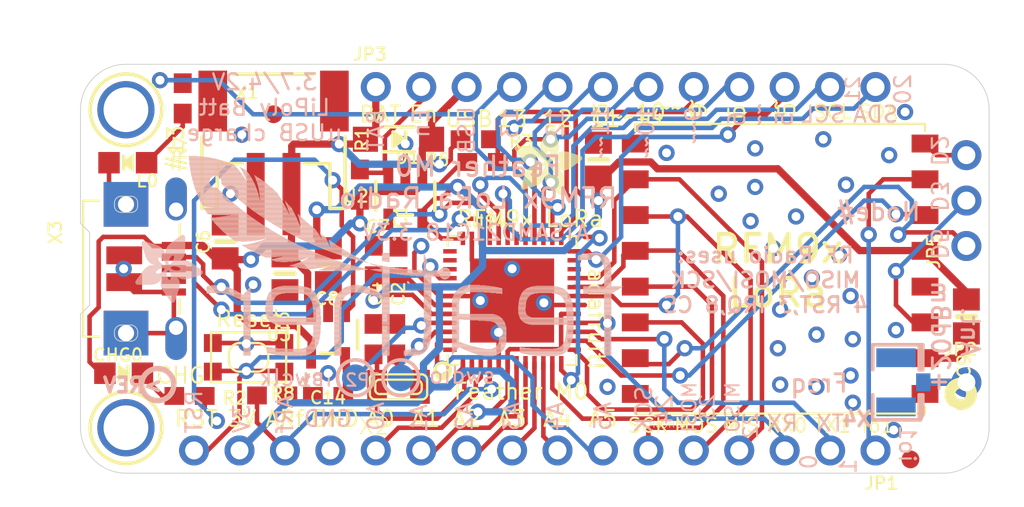
<source format=kicad_pcb>
(kicad_pcb (version 20211014) (generator pcbnew)
  (layers (0 "F.Cu" signal) (31 "B.Cu" signal) (34 "B.Paste" user) (35 "F.Paste" user) (36 "B.SilkS" user "B.Silkscreen") (37 "F.SilkS" user "F.Silkscreen") (38 "B.Mask" user) (39 "F.Mask" user) (44 "Edge.Cuts" user))
  (net 0 "")
  (net 1 "GND")
  (net 2 "MOSI")
  (net 3 "MISO")
  (net 4 "SCK")
  (net 5 "A5")
  (net 6 "A4")
  (net 7 "A3")
  (net 8 "A2")
  (net 9 "A1")
  (net 10 "D11")
  (net 11 "D12")
  (net 12 "+3V3")
  (net 13 "VBUS")
  (net 14 "VBAT")
  (net 15 "N$2")
  (net 16 "AREF")
  (net 17 "D13")
  (net 18 "A0")
  (net 19 "N$1")
  (net 20 "N$3")
  (net 21 "N$4")
  (net 22 "VDDCORE")
  (net 23 "SCL")
  (net 24 "SDA")
  (net 25 "D9")
  (net 26 "D6")
  (net 27 "D5")
  (net 28 "D1")
  (net 29 "D0")
  (net 30 "D10")
  (net 31 "D+")
  (net 32 "D-")
  (net 33 "~{RESET}")
  (net 34 "SWCLK")
  (net 35 "SWDIO")
  (net 36 "N$5")
  (net 37 "N$7")
  (net 38 "EN")
  (net 39 "D3_IRQ")
  (net 40 "D2")
  (net 41 "D4_RST")
  (net 42 "D8_CS")
  (net 43 "D7")
  (net 44 "ANT")
  (net 45 "DIO3")
  (net 46 "DIO2")
  (net 47 "DIO1")
  (net 48 "DIO5")
  (footprint "boardEagle:4UCONN_20329_V2" (layer "F.Cu") (at 127.5461 105.0036 -90)
    (fp_text reference "X3")
    (fp_text value "microUSB")
    (fp_line (start -4.05 2.15) (end -4.05 1.6) (layer "Edge.Cuts") (width 0.05))
    (fp_line (start -3.15 1.6) (end -3.15 2.15) (layer "Edge.Cuts") (width 0.05))
    (fp_line (start 4.05 1.6) (end 4.05 2.2) (layer "Edge.Cuts") (width 0.05))
    (fp_line (start 3.15 2.2) (end 3.15 1.6) (layer "Edge.Cuts") (width 0.05))
    (fp_line (start -3.7 1.25) (end -3.5 1.25) (layer "Edge.Cuts") (width 0.05))
    (fp_line (start -3.5 2.55) (end -3.7 2.55) (layer "Edge.Cuts") (width 0.05))
    (fp_arc (start 4.05 2.2) (mid 3.897487 2.468198) (end 3.6 2.55) (layer "Edge.Cuts") (width 0.05))
    (fp_arc (start -3.5 1.25) (mid -3.252513 1.352513) (end -3.15 1.6) (layer "Edge.Cuts") (width 0.05))
    (fp_arc (start 3.6 2.55) (mid 3.302513 2.468198) (end 3.15 2.2) (layer "Edge.Cuts") (width 0.05))
    (fp_arc (start -3.15 2.15) (mid -3.242157 2.422487) (end -3.5 2.55) (layer "Edge.Cuts") (width 0.05))
    (fp_arc (start 3.6 1.25) (mid 3.897487 1.331802) (end 4.05 1.6) (layer "Edge.Cuts") (width 0.05))
    (fp_arc (start -4.05 1.6) (mid -3.947487 1.352513) (end -3.7 1.25) (layer "Edge.Cuts") (width 0.05))
    (fp_arc (start 3.15 1.6) (mid 3.302513 1.331802) (end 3.6 1.25) (layer "Edge.Cuts") (width 0.05))
    (fp_arc (start -3.7 2.55) (mid -3.957843 2.422487) (end -4.05 2.15) (layer "Edge.Cuts") (width 0.05))
  )
  (footprint "boardEagle:XTAL3215" (layer "F.Cu") (at 140.8811 111.6076)
    (fp_text reference "X2")
    (fp_text value "32.768")
  )
  (footprint "boardEagle:0603-NO" (layer "F.Cu") (at 129.1971 112.1156)
    (fp_text reference "R2")
    (fp_text value "1K")
  )
  (footprint "boardEagle:0603-NO" (layer "F.Cu") (at 140.7541 108.9406 90)
    (fp_text reference "C2")
    (fp_text value "22pF")
  )
  (footprint "" (layer "F.Cu") (at 171.3611 96.1136)
    (fp_text reference "@HOLE0" hide)
    (fp_text value "")
  )
  (footprint "boardEagle:0603-NO" (layer "F.Cu") (at 138.7221 100.3046 90)
    (fp_text reference "R1")
    (fp_text value "100k")
  )
  (footprint "boardEagle:0603-NO" (layer "F.Cu") (at 145.5801 99.0346 180)
    (fp_text reference "R6")
    (fp_text value "100K")
  )
  (footprint "boardEagle:1X16_ROUND" (layer "F.Cu") (at 148.5011 115.1636 180)
    (fp_text reference "JP1")
    (fp_text value "")
  )
  (footprint "boardEagle:0603-NO" (layer "F.Cu") (at 128.8161 95.4786 -90)
    (fp_text reference "R7")
    (fp_text value "2.2K")
  )
  (footprint "boardEagle:SOT23-5" (layer "F.Cu") (at 136.9441 108.6866 180)
    (fp_text reference "U3")
    (fp_text value "MCP73831T-2ACI/OT")
  )
  (footprint "boardEagle:TQFN48_7MM" (layer "F.Cu") (at 147.2311 106.7816)
    (fp_text reference "U$4")
    (fp_text value "ATSAMD21G18_QFN")
  )
  (footprint "boardEagle:0603-NO" (layer "F.Cu") (at 139.4841 108.9406 90)
    (fp_text reference "C4")
    (fp_text value "22pF")
  )
  (footprint "boardEagle:0805-NO" (layer "F.Cu") (at 136.9591 104.8096 -90)
    (fp_text reference "C8")
    (fp_text value "10µF")
  )
  (footprint "boardEagle:CHIPLED_0805_NOOUTLINE" (layer "F.Cu") (at 125.5141 110.8456 -90)
    (fp_text reference "CHG0")
    (fp_text value "ORANGE")
  )
  (footprint "boardEagle:0805-NO" (layer "F.Cu") (at 131.1891 103.4746 90)
    (fp_text reference "C6")
    (fp_text value "10µF")
  )
  (footprint "boardEagle:0603-NO" (layer "F.Cu") (at 139.5011 104.5716 90)
    (fp_text reference "C7")
    (fp_text value "1uF")
  )
  (footprint "boardEagle:0805-NO" (layer "F.Cu") (at 172.6311 107.6706 -90)
    (fp_text reference "C9")
    (fp_text value "10uF")
  )
  (footprint "boardEagle:0603-NO" (layer "F.Cu") (at 145.1991 97.7646)
    (fp_text reference "R3")
    (fp_text value "100k")
  )
  (footprint "boardEagle:JSTPH2" (layer "F.Cu") (at 133.8961 97.1296)
    (fp_text reference "X1")
    (fp_text value "JSTPH")
  )
  (footprint "boardEagle:0603-NO" (layer "F.Cu") (at 140.8811 104.6226 90)
    (fp_text reference "C1")
    (fp_text value "1uF")
  )
  (footprint "boardEagle:0805-NO" (layer "F.Cu") (at 152.0571 98.9076 90)
    (fp_text reference "C5")
    (fp_text value "10uF")
  )
  (footprint "boardEagle:ADAFRUIT_3.5MM" (layer "F.Cu") (at 147.3581 100.9396)
    (fp_text reference "U$7" hide)
    (fp_text value "" hide)
  )
  (footprint "boardEagle:MOUNTINGHOLE_2.5_PLATED" (layer "F.Cu") (at 125.6411 96.1136 -90)
    (fp_text reference "U$31" hide)
    (fp_text value "MOUNTINGHOLE2.5" hide)
  )
  (footprint "boardEagle:0603-NO" (layer "F.Cu") (at 136.9441 112.1156 180)
    (fp_text reference "R8")
    (fp_text value "10K\\")
  )
  (footprint "boardEagle:1X01_ROUND" (layer "F.Cu") (at 172.6311 111.3536)
    (fp_text reference "JP2")
    (fp_text value "")
  )
  (footprint "boardEagle:SOD-123" (layer "F.Cu") (at 140.8811 97.7646 180)
    (fp_text reference "D1")
    (fp_text value "MBR120")
  )
  (footprint "boardEagle:RFMHCW_SMT" (layer "F.Cu") (at 162.2171 105.0036)
    (fp_text reference "U4")
    (fp_text value "RFM69HCW")
  )
  (footprint "boardEagle:1X12_ROUND" (layer "F.Cu") (at 153.5811 94.8436)
    (fp_text reference "JP3")
    (fp_text value "")
  )
  (footprint "boardEagle:KMR2" (layer "F.Cu") (at 132.4991 109.9566 180)
    (fp_text reference "SW1" hide)
    (fp_text value "SPST_TACT-KMR2" hide)
  )
  (footprint "" (layer "F.Cu") (at 171.3611 113.8936)
    (fp_text reference "@HOLE1" hide)
    (fp_text value "")
  )
  (footprint "boardEagle:SOT23-5" (layer "F.Cu") (at 141.2621 100.9396 180)
    (fp_text reference "U2")
    (fp_text value "AP2112K-3.3")
  )
  (footprint "boardEagle:FIDUCIAL_1MM" (layer "F.Cu") (at 169.5033 115.6646 -90)
    (fp_text reference "U$35" hide)
    (fp_text value "FIDUCIAL\"\"" hide)
  )
  (footprint "boardEagle:0805-NO" (layer "F.Cu") (at 134.5311 105.2576 -90)
    (fp_text reference "C3")
    (fp_text value "10µF")
  )
  (footprint "boardEagle:1X03_ROUND" (layer "F.Cu") (at 172.6311 101.1936 90)
    (fp_text reference "JP5")
    (fp_text value "")
  )
  (footprint "boardEagle:FIDUCIAL_1MM" (layer "F.Cu") (at 133.8961 96.3676 -90)
    (fp_text reference "U$34" hide)
    (fp_text value "FIDUCIAL\"\"" hide)
  )
  (footprint "boardEagle:MOUNTINGHOLE_2.5_PLATED" (layer "F.Cu") (at 125.6411 113.8936 -90)
    (fp_text reference "U$32" hide)
    (fp_text value "MOUNTINGHOLE2.5" hide)
  )
  (footprint "boardEagle:CHIPLED_0805_NOOUTLINE" (layer "F.Cu") (at 125.7461 99.0746 90)
    (fp_text reference "L0")
    (fp_text value "RED")
  )
  (footprint "boardEagle:0603-NO" (layer "F.Cu") (at 133.8199 112.089007)
    (fp_text reference "C14")
    (fp_text value "1uF")
  )
  (footprint "boardEagle:TESTPOINT_ROUND_1.5MM" (layer "B.Cu") (at 141.0081 111.0996 180)
    (fp_text reference "TP2")
    (fp_text value "")
  )
  (footprint "boardEagle:FEATHERLOGO" (layer "B.Cu") (at 153.4541 109.9566 180)
    (fp_text reference "U$9" hide)
    (fp_text value "" hide)
  )
  (footprint "boardEagle:ADAFRUIT_3.5MM" (layer "B.Cu") (at 126.1491 103.0986)
    (fp_text reference "U$12" hide)
    (fp_text value "" hide)
  )
  (footprint "boardEagle:TESTPOINT_ROUND_1.5MM" (layer "B.Cu") (at 138.4681 111.0996 180)
    (fp_text reference "TP1")
    (fp_text value "")
  )
  (footprint "boardEagle:PCBFEAT-REV-040" (layer "B.Cu") (at 127.4191 111.4806 180)
    (fp_text reference "U$13" hide)
    (fp_text value "" hide)
  )
  (footprint "boardEagle:U.FL" (layer "B.Cu") (at 168.6941 111.3536)
    (fp_text reference "X4")
    (fp_text value "uFL")
  )
  (gr_arc (start 173.9011 113.8936) (mid 173.157151 115.689651) (end 171.3611 116.4336) (layer "Edge.Cuts") (width 0.05))
  (gr_line (start 123.1011 102.4636) (end 123.6091 102.9716) (layer "Edge.Cuts") (width 0.05))
  (gr_line (start 125.6411 116.4336) (end 171.3611 116.4336) (layer "Edge.Cuts") (width 0.05))
  (gr_arc (start 123.1011 96.1136) (mid 123.845049 94.317549) (end 125.6411 93.5736) (layer "Edge.Cuts") (width 0.05))
  (gr_arc (start 171.3611 93.5736) (mid 173.157151 94.317549) (end 173.9011 96.1136) (layer "Edge.Cuts") (width 0.05))
  (gr_line (start 173.9011 113.8936) (end 173.9011 96.1136) (layer "Edge.Cuts") (width 0.05))
  (gr_line (start 123.6091 107.0356) (end 123.1011 107.5436) (layer "Edge.Cuts") (width 0.05))
  (gr_line (start 171.3611 93.5736) (end 125.6411 93.5736) (layer "Edge.Cuts") (width 0.05))
  (gr_line (start 123.1011 96.1136) (end 123.1011 102.4636) (layer "Edge.Cuts") (width 0.05))
  (gr_line (start 123.6091 102.9716) (end 123.6091 107.0356) (layer "Edge.Cuts") (width 0.05))
  (gr_arc (start 125.6411 116.4336) (mid 123.845049 115.689651) (end 123.1011 113.8936) (layer "Edge.Cuts") (width 0.05))
  (gr_line (start 123.1011 107.5436) (end 123.1011 113.8936) (layer "Edge.Cuts") (width 0.05))
  (gr_text "Freq" (at 166.0906 111.9886) (layer "B.SilkS") (effects (font (size 0.98298 0.98298) (thickness 0.16002)) (justify left bottom mirror)))
  (gr_text "SCK" (at 154.5971 112.8776 -270) (layer "B.SilkS") (effects (font (size 0.89408 0.89408) (thickness 0.12192)) (justify mirror)))
  (gr_text "1" (at 166.0271 116.0526 -270) (layer "B.SilkS") (effects (font (size 0.89408 0.89408) (thickness 0.12192)) (justify mirror)))
  (gr_text "En" (at 142.1511 96.8756 -270) (layer "B.SilkS") (effects (font (size 0.89408 0.89408) (thickness 0.12192)) (justify mirror)))
  (gr_text "0" (at 163.7411 115.7986 -90) (layer "B.SilkS") (effects (font (size 0.89408 0.89408) (thickness 0.12192)) (justify mirror)))
  (gr_text "3.7/4.2V\nLiPoly Batt\nµUSB charge" (at 133.3881 95.9866) (layer "B.SilkS") (effects (font (size 0.88392 0.88392) (thickness 0.13208)) (justify mirror)))
  (gr_text "24" (at 155.7401 112.8776 -270) (layer "B.SilkS") (effects (font (size 0.89408 0.89408) (thickness 0.12192)) (justify mirror)))
  (gr_text "D2" (at 171.1071 98.3996 -90) (layer "B.SilkS") (effects (font (size 0.89408 0.89408) (thickness 0.12192)) (justify mirror)))
  (gr_text "9~~" (at 157.3911 97.0026 -270) (layer "B.SilkS") (effects (font (size 0.89408 0.89408) (thickness 0.12192)) (justify mirror)))
  (gr_text "USB" (at 144.6911 97.2566 -270) (layer "B.SilkS") (effects (font (size 0.89408 0.89408) (thickness 0.12192)) (justify mirror)))
  (gr_text "RST" (at 129.4511 113.0046 -270) (layer "B.SilkS") (effects (font (size 0.89408 0.89408) (thickness 0.12192)) (justify mirror)))
  (gr_text "Feather M0\nRFM9x LoRa Radio" (at 145.3261 100.1776) (layer "B.SilkS") (effects (font (size 1.1049 1.1049) (thickness 0.1651)) (justify mirror)))
  (gr_text "13" (at 147.1041 96.8756 -270) (layer "B.SilkS") (effects (font (size 0.89408 0.89408) (thickness 0.12192)) (justify mirror)))
  (gr_text "BAT" (at 139.6111 97.2566 -270) (layer "B.SilkS") (effects (font (size 0.89408 0.89408) (thickness 0.12192)) (justify mirror)))
  (gr_text "Node#" (at 170.1546 102.4001) (layer "B.SilkS") (effects (font (size 0.98298 0.98298) (thickness 0.16002)) (justify left bottom mirror)))
  (gr_text "SDA" (at 167.5511 96.3676) (layer "B.SilkS") (effects (font (size 0.89408 0.89408) (thickness 0.12192)) (justify mirror)))
  (gr_text "22" (at 160.5661 113.7666 -270) (layer "B.SilkS") (effects (font (size 0.78232 0.78232) (thickness 0.10668)) (justify mirror)))
  (gr_text "MOSI" (at 157.1371 112.7506 -270) (layer "B.SilkS") (effects (font (size 0.78232 0.78232) (thickness 0.10668)) (justify mirror)))
  (gr_text "TX" (at 165.0111 113.6396) (layer "B.SilkS") (effects (font (size 0.89408 0.89408) (thickness 0.12192)) (justify mirror)))
  (gr_text "A4" (at 149.6441 113.2586 -270) (layer "B.SilkS") (effects (font (size 0.89408 0.89408) (thickness 0.12192)) (justify mirror)))
  (gr_text "RF Radio uses:\nMISO/MOSI/SCK\n4 RST,3 IRQ,8 CS" (at 161.3916 105.6386) (layer "B.SilkS") (effects (font (size 0.8636 0.8636) (thickness 0.1524)) (justify mirror)))
  (gr_text "swdio" (at 144.4371 110.9726) (layer "B.SilkS") (effects (font (size 0.89408 0.89408) (thickness 0.12192)) (justify mirror)))
  (gr_text "GND" (at 136.9441 113.3856) (layer "B.SilkS") (effects (font (size 0.89408 0.89408) (thickness 0.12192)) (justify mirror)))
  (gr_text "A3" (at 147.2311 113.2586 -270) (layer "B.SilkS") (effects (font (size 0.89408 0.89408) (thickness 0.12192)) (justify mirror)))
  (gr_text "D3" (at 171.1071 100.9396 -90) (layer "B.SilkS") (effects (font (size 0.89408 0.89408) (thickness 0.12192)) (justify mirror)))
  (gr_text "SCL" (at 164.6301 96.3676) (layer "B.SilkS") (effects (font (size 0.89408 0.89408) (thickness 0.12192)) (justify mirror)))
  (gr_text "D5" (at 171.1071 103.6066 -90) (layer "B.SilkS") (effects (font (size 0.89408 0.89408) (thickness 0.12192)) (justify mirror)))
  (gr_text "21" (at 166.2811 94.9706 -270) (layer "B.SilkS") (effects (font (size 0.78232 0.78232) (thickness 0.10668)) (justify mirror)))
  (gr_text "RX" (at 162.3441 113.6396) (layer "B.SilkS") (effects (font (size 0.89408 0.89408) (thickness 0.12192)) (justify mirror)))
  (gr_text "11~~" (at 152.1841 97.3836 -270) (layer "B.SilkS") (effects (font (size 0.89408 0.89408) (thickness 0.12192)) (justify mirror)))
  (gr_text "+20dBm" (at 170.5991 112.0521 -90) (layer "B.SilkS") (effects (font (size 0.98298 0.98298) (thickness 0.16002)) (justify left bottom mirror)))
  (gr_text "5" (at 162.4711 96.6216 -270) (layer "B.SilkS") (effects (font (size 0.89408 0.89408) (thickness 0.12192)) (justify mirror)))
  (gr_text "10~~" (at 154.7241 97.3836 -270) (layer "B.SilkS") (effects (font (size 0.89408 0.89408) (thickness 0.12192)) (justify mirror)))
  (gr_text "23" (at 158.1531 112.7506 -270) (layer "B.SilkS") (effects (font (size 0.78232 0.78232) (thickness 0.10668)) (justify mirror)))
  (gr_text "~~" (at 161.0741 96.3676 -90) (layer "B.SilkS") (effects (font (size 0.89408 0.89408) (thickness 0.12192)) (justify mirror)))
  (gr_text "swclk" (at 134.9121 111.0996) (layer "B.SilkS") (effects (font (size 0.89408 0.89408) (thickness 0.12192)) (justify mirror)))
  (gr_text "ARf" (at 134.5311 113.1316 -270) (layer "B.SilkS") (effects (font (size 0.89408 0.89408) (thickness 0.12192)) (justify mirror)))
  (gr_text "20" (at 169.0751 94.9706 -270) (layer "B.SilkS") (effects (font (size 0.89408 0.89408) (thickness 0.12192)) (justify mirror)))
  (gr_text "A0" (at 139.6111 113.2586 -270) (layer "B.SilkS") (effects (font (size 0.89408 0.89408) (thickness 0.12192)) (justify mirror)))
  (gr_text "A2" (at 144.5641 113.2586 -270) (layer "B.SilkS") (effects (font (size 0.89408 0.89408) (thickness 0.12192)) (justify mirror)))
  (gr_text "Ant." (at 172.2501 110.0201 -90) (layer "B.SilkS") (effects (font (size 0.98298 0.98298) (thickness 0.16002)) (justify left bottom mirror)))
  (gr_text "A1" (at 142.0241 113.3856 -270) (layer "B.SilkS") (effects (font (size 0.89408 0.89408) (thickness 0.12192)) (justify mirror)))
  (gr_text "6" (at 159.8041 96.6216 -270) (layer "B.SilkS") (effects (font (size 0.89408 0.89408) (thickness 0.12192)) (justify mirror)))
  (gr_text "12" (at 149.6441 96.8756 -270) (layer "B.SilkS") (effects (font (size 0.89408 0.89408) (thickness 0.12192)) (justify mirror)))
  (gr_text "MISO" (at 159.5501 112.7506 -270) (layer "B.SilkS") (effects (font (size 0.78232 0.78232) (thickness 0.10668)) (justify mirror)))
  (gr_text "ATSAMD21G18 3.3V" (at 145.1991 102.9716) (layer "B.SilkS") (effects (font (size 0.88392 0.88392) (thickness 0.13208)) (justify mirror)))
  (gr_text "3V" (at 132.1181 113.3856 -270) (layer "B.SilkS") (effects (font (size 0.89408 0.89408) (thickness 0.12192)) (justify mirror)))
  (gr_text "A5" (at 152.3111 113.2586 -270) (layer "B.SilkS") (effects (font (size 0.89408 0.89408) (thickness 0.12192)) (justify mirror)))
  (gr_text "io1" (at 169.3291 114.7826 -90) (layer "B.SilkS") (effects (font (size 0.89408 0.89408) (thickness 0.12192)) (justify mirror)))
  (gr_text "GND" (at 137.3251 113.3856) (layer "F.SilkS") (effects (font (size 0.89408 0.89408) (thickness 0.12192))))
  (gr_text "A1" (at 142.4051 113.3856) (layer "F.SilkS") (effects (font (size 0.89408 0.89408) (thickness 0.12192))))
  (gr_text "io1" (at 167.6781 113.7666) (layer "F.SilkS") (effects (font (size 0.78232 0.78232) (thickness 0.10668))))
  (gr_text "3V" (at 132.1181 113.3856) (layer "F.SilkS") (effects (font (size 0.89408 0.89408) (thickness 0.12192))))
  (gr_text "BAT" (at 139.8651 96.3676) (layer "F.SilkS") (effects (font (size 0.89408 0.89408) (thickness 0.12192))))
  (gr_text "SCL" (at 165.1381 96.2406) (layer "F.SilkS") (effects (font (size 0.78232 0.78232) (thickness 0.10668))))
  (gr_text "RFM9x LoRa" (at 148.2471 102.2096) (layer "F.SilkS") (effects (font (size 0.89408 0.89408) (thickness 0.12192))))
  (gr_text "TX1" (at 165.1381 113.7666) (layer "F.SilkS") (effects (font (size 0.78232 0.78232) (thickness 0.10668))))
  (gr_text "ARf" (at 134.5311 113.3856) (layer "F.SilkS") (effects (font (size 0.89408 0.89408) (thickness 0.12192))))
  (gr_text "~~" (at 161.9631 96.1136 90) (layer "F.SilkS") (effects (font (size 0.89408 0.89408) (thickness 0.12192))))
  (gr_text "6" (at 159.8041 96.2406 90) (layer "F.SilkS") (effects (font (size 0.89408 0.89408) (thickness 0.12192))))
  (gr_text "A5" (at 152.3111 113.3856) (layer "F.SilkS") (effects (font (size 0.89408 0.89408) (thickness 0.12192))))
  (gr_text "RX0" (at 162.5981 113.7666) (layer "F.SilkS") (effects (font (size 0.78232 0.78232) (thickness 0.10668))))
  (gr_text "adafruit!" (at 151.9301 107.7976 270) (layer "F.SilkS") (effects (font (size 0.89408 0.89408) (thickness 0.12192))))
  (gr_text "SDA" (at 167.6781 96.2406) (layer "F.SilkS") (effects (font (size 0.78232 0.78232) (thickness 0.10668))))
  (gr_text "~~" (at 157.2641 96.1136 90) (layer "F.SilkS") (effects (font (size 0.89408 0.89408) (thickness 0.12192))))
  (gr_text "13" (at 147.2311 96.6216) (layer "F.SilkS") (effects (font (size 0.89408 0.89408) (thickness 0.12192))))
  (gr_text "A0" (at 139.8651 113.3856) (layer "F.SilkS") (effects (font (size 0.89408 0.89408) (thickness 0.12192))))
  (gr_text "CHG" (at 128.6891 110.9726) (layer "F.SilkS") (effects (font (size 0.89408 0.89408) (thickness 0.12192))))
  (gr_text "Feather M0" (at 147.7391 111.8616) (layer "F.SilkS") (effects (font (size 0.89408 0.89408) (thickness 0.12192))))
  (gr_text "5" (at 162.5981 96.1136 90) (layer "F.SilkS") (effects (font (size 0.89408 0.89408) (thickness 0.12192))))
  (gr_text "#13" (at 128.4351 98.2726 90) (layer "F.SilkS") (effects (font (size 0.89408 0.89408) (thickness 0.12192))))
  (gr_text "9" (at 157.6451 96.1136 90) (layer "F.SilkS") (effects (font (size 0.89408 0.89408) (thickness 0.12192))))
  (gr_text "MIS" (at 160.0581 113.7666) (layer "F.SilkS") (effects (font (size 0.78232 0.78232) (thickness 0.10668))))
  (gr_text "A4" (at 149.7711 113.3856) (layer "F.SilkS") (effects (font (size 0.89408 0.89408) (thickness 0.12192))))
  (gr_text "11" (at 152.4381 96.6216) (layer "F.SilkS") (effects (font (size 0.89408 0.89408) (thickness 0.12192))))
  (gr_text "MOS" (at 157.5181 113.7666) (layer "F.SilkS") (effects (font (size 0.78232 0.78232) (thickness 0.10668))))
  (gr_text "RST" (at 129.5781 113.3856) (layer "F.SilkS") (effects (font (size 0.89408 0.89408) (thickness 0.12192))))
  (gr_text "10" (at 154.9781 96.2406) (layer "F.SilkS") (effects (font (size 0.89408 0.89408) (thickness 0.12192))))
  (gr_text "A2" (at 144.6911 113.3856) (layer "F.SilkS") (effects (font (size 0.89408 0.89408) (thickness 0.12192))))
  (gr_text "SCK" (at 154.8511 113.7666) (layer "F.SilkS") (effects (font (size 0.78232 0.78232) (thickness 0.10668))))
  (gr_text "12" (at 149.7711 96.6216) (layer "F.SilkS") (effects (font (size 0.89408 0.89408) (thickness 0.12192))))
  (gr_text "RFM9x\nLoRa" (at 162.0901 105.1306) (layer "F.SilkS") (effects (font (size 1.52908 1.52908) (thickness 0.24892))))
  (gr_text "~~" (at 156.1211 95.9866) (layer "F.SilkS") (effects (font (size 0.89408 0.89408) (thickness 0.12192))))
  (gr_text "Reset" (at 132.4991 107.7976) (layer "F.SilkS") (effects (font (size 0.89408 0.89408) (thickness 0.12192))))
  (gr_text "A3" (at 147.2311 113.3856) (layer "F.SilkS") (effects (font (size 0.89408 0.89408) (thickness 0.12192))))
  (gr_text "~~" (at 153.4541 96.4946) (layer "F.SilkS") (effects (font (size 0.89408 0.89408) (thickness 0.12192))))
  (gr_text "En" (at 142.2781 96.3676) (layer "F.SilkS") (effects (font (size 0.89408 0.89408) (thickness 0.12192))))
  (gr_text "USB" (at 144.8181 96.6216) (layer "F.SilkS") (effects (font (size 0.89408 0.89408) (thickness 0.12192))))
  (segment (start 137.0711 105.7596) (end 136.9591 105.7596) (width 0.254) (layer "F.Cu") (net 1))
  (segment (start 128.3211 106.3036) (end 126.0961 106.3036) (width 0.254) (layer "F.Cu") (net 1))
  (segment (start 147.4811 107.0316) (end 147.2311 106.7816) (width 0.254) (layer "F.Cu") (net 1))
  (segment (start 144.9811 103.3066) (end 144.9811 104.5316) (width 0.254) (layer "F.Cu") (net 1))
  (segment (start 130.4991 109.1566) (end 134.4991 109.1566) (width 0.254) (layer "F.Cu") (net 1))
  (segment (start 143.1711 106.5316) (end 141.7701 105.1306) (width 0.254) (layer "F.Cu") (net 1))
  (segment (start 151.2911 107.0316) (end 151.2951 107.0356) (width 0.254) (layer "F.Cu") (net 1))
  (segment (start 143.7561 106.5316) (end 143.1711 106.5316) (width 0.254) (layer "F.Cu") (net 1))
  (segment (start 143.1671 100.3046) (end 143.0401 100.3046) (width 0.254) (layer "F.Cu") (net 1))
  (segment (start 144.4371 99.0346) (end 143.1671 100.3046) (width 0.254) (layer "F.Cu") (net 1))
  (segment (start 146.4811 107.5316) (end 146.4691 107.5436) (width 0.254) (layer "F.Cu") (net 1))
  (segment (start 146.4811 110.2566) (end 146.4811 107.5316) (width 0.254) (layer "F.Cu") (net 1))
  (segment (start 143.7561 106.5316) (end 146.9811 106.5316) (width 0.254) (layer "F.Cu") (net 1))
  (segment (start 146.9811 106.5316) (end 147.2311 106.7816) (width 0.254) (layer "F.Cu") (net 1))
  (segment (start 170.3171 110.0036) (end 172.0761 110.0036) (width 0.4064) (layer "F.Cu") (net 1))
  (segment (start 146.4691 107.5436) (end 146.4691 108.5596) (width 0.254) (layer "F.Cu") (net 1))
  (segment (start 172.0761 110.0036) (end 172.6311 109.4486) (width 0.4064) (layer "F.Cu") (net 1))
  (segment (start 134.4991 109.1566) (end 134.6201 109.1566) (width 0.254) (layer "F.Cu") (net 1))
  (segment (start 140.7541 108.0906) (end 139.4841 108.0906) (width 0.254) (layer "F.Cu") (net 1))
  (segment (start 128.1461 108.6036) (end 128.4461 108.3036) (width 0.254) (layer "F.Cu") (net 1))
  (segment (start 128.3211 106.3036) (end 128.3211 108.1786) (width 0.254) (layer "F.Cu") (net 1))
  (segment (start 141.7701 105.1306) (end 141.7701 104.1146) (width 0.254) (layer "F.Cu") (net 1))
  (segment (start 144.9811 104.5316) (end 147.2311 106.7816) (width 0.254) (layer "F.Cu") (net 1))
  (segment (start 172.6311 109.4486) (end 172.6311 108.6206) (width 0.4064) (layer "F.Cu") (net 1))
  (segment (start 124.6961 101.4036) (end 125.6461 101.4036) (width 0.254) (layer "F.Cu") (net 1))
  (segment (start 146.4811 107.5316) (end 147.2311 106.7816) (width 0.254) (layer "F.Cu") (net 1))
  (segment (start 141.7701 104.1146) (end 142.1511 103.7336) (width 0.254) (layer "F.Cu") (net 1))
  (segment (start 172.8851 108.3666) (end 172.6311 108.6206) (width 0.4064) (layer "F.Cu") (net 1))
  (segment (start 150.7061 107.0316) (end 147.4811 107.0316) (width 0.254) (layer "F.Cu") (net 1))
  (segment (start 124.6961 99.0746) (end 124.6961 101.4036) (width 0.254) (layer "F.Cu") (net 1))
  (segment (start 141.2621 99.6395) (end 141.2621 98.3996) (width 0.254) (layer "F.Cu") (net 1))
  (segment (start 126.0961 106.3036) (end 125.5461 105.7536) (width 0.254) (layer "F.Cu") (net 1))
  (segment (start 128.3211 108.1786) (end 128.4461 108.3036) (width 0.254) (layer "F.Cu") (net 1))
  (segment (start 125.6461 108.6036) (end 128.1461 108.6036) (width 0.254) (layer "F.Cu") (net 1))
  (segment (start 144.7301 99.0346) (end 144.4371 99.0346) (width 0.254) (layer "F.Cu") (net 1))
  (segment (start 150.7061 107.0316) (end 151.2911 107.0316) (width 0.254) (layer "F.Cu") (net 1))
  (via (at 162.2171 107.2896) (size 0.9064) (drill 0.5) (layers "F.Cu" "B.Cu") (net 1))
  (via (at 131.4831 100.8126) (size 0.9064) (drill 0.5) (layers "F.Cu" "B.Cu") (net 1))
  (via (at 160.5661 102.3366) (size 0.9064) (drill 0.5) (layers "F.Cu" "B.Cu") (net 1))
  (via (at 165.5191 104.2416) (size 0.9064) (drill 0.5) (layers "F.Cu" "B.Cu") (net 1))
  (via (at 132.1181 97.5106) (size 0.9064) (drill 0.5) (layers "F.Cu" "B.Cu") (net 1))
  (via (at 132.3721 109.1946) (size 0.9064) (drill 0.5) (layers "F.Cu" "B.Cu") (net 1))
  (via (at 155.8671 98.5266) (size 0.9064) (drill 0.5) (layers "F.Cu" "B.Cu") (net 1))
  (via (at 161.8361 103.8606) (size 0.9064) (drill 0.5) (layers "F.Cu" "B.Cu") (net 1))
  (via (at 164.6301 97.7646) (size 0.9064) (drill 0.5) (layers "F.Cu" "B.Cu") (net 1))
  (via (at 163.9951 105.5116) (size 0.9064) (drill 0.5) (layers "F.Cu" "B.Cu") (net 1))
  (via (at 166.1541 106.5276) (size 0.9064) (drill 0.5) (layers "F.Cu" "B.Cu") (net 1))
  (via (at 169.2021 96.2406) (size 0.9064) (drill 0.5) (layers "F.Cu" "B.Cu") (net 1))
  (via (at 163.1061 102.0826) (size 0.9064) (drill 0.5) (layers "F.Cu" "B.Cu") (net 1))
  (via (at 141.2621 98.0186) (size 0.9064) (drill 0.5) (layers "F.Cu" "B.Cu") (net 1))
  (via (at 160.8201 98.2726) (size 0.9064) (drill 0.5) (layers "F.Cu" "B.Cu") (net 1))
  (via (at 145.4531 106.7816) (size 0.9064) (drill 0.5) (layers "F.Cu" "B.Cu") (net 1))
  (via (at 147.2311 105.0036) (size 0.9064) (drill 0.5) (layers "F.Cu" "B.Cu") (net 1))
  (via (at 149.0091 106.9086) (size 0.9064) (drill 0.5) (layers "F.Cu" "B.Cu") (net 1))
  (via (at 136.9441 110.8456) (size 0.9064) (drill 0.5) (layers "F.Cu" "B.Cu") (net 1))
  (via (at 164.2491 108.6866) (size 0.9064) (drill 0.5) (layers "F.Cu" "B.Cu") (net 1))
  (via (at 164.2491 111.6076) (size 0.9064) (drill 0.5) (layers "F.Cu" "B.Cu") (net 1))
  (via (at 168.3131 98.6536) (size 0.9064) (drill 0.5) (layers "F.Cu" "B.Cu") (net 1))
  (via (at 168.6941 108.4326) (size 0.9064) (drill 0.5) (layers "F.Cu" "B.Cu") (net 1))
  (via (at 166.2811 112.4966) (size 0.9064) (drill 0.5) (layers "F.Cu" "B.Cu") (net 1))
  (via (at 168.5671 114.0206) (size 0.9064) (drill 0.5) (layers "F.Cu" "B.Cu") (net 1))
  (via (at 158.7881 100.8126) (size 0.9064) (drill 0.5) (layers "F.Cu" "B.Cu") (net 1))
  (via (at 165.9001 100.3046) (size 0.9064) (drill 0.5) (layers "F.Cu" "B.Cu") (net 1))
  (via (at 125.5141 105.0036) (size 0.9064) (drill 0.5) (layers "F.Cu" "B.Cu") (net 1))
  (via (at 132.7531 105.8926) (size 0.9064) (drill 0.5) (layers "F.Cu" "B.Cu") (net 1))
  (via (at 166.1541 110.9726) (size 0.9064) (drill 0.5) (layers "F.Cu" "B.Cu") (net 1))
  (via (at 146.4691 108.5596) (size 0.9064) (drill 0.5) (layers "F.Cu" "B.Cu") (net 1))
  (via (at 162.0901 109.4486) (size 0.9064) (drill 0.5) (layers "F.Cu" "B.Cu") (net 1))
  (via (at 142.1511 103.7336) (size 0.9064) (drill 0.5) (layers "F.Cu" "B.Cu") (net 1))
  (via (at 152.5651 111.6076) (size 0.9064) (drill 0.5) (layers "F.Cu" "B.Cu") (net 1))
  (via (at 160.8201 100.4316) (size 0.9064) (drill 0.5) (layers "F.Cu" "B.Cu") (net 1))
  (via (at 166.2811 108.9406) (size 0.9064) (drill 0.5) (layers "F.Cu" "B.Cu") (net 1))
  (via (at 162.2171 111.4806) (size 0.9064) (drill 0.5) (layers "F.Cu" "B.Cu") (net 1))
  (segment (start 157.3911 115.1636) (end 157.7721 115.1636) (width 0.254) (layer "F.Cu") (net 2))
  (segment (start 154.1171 102.0036) (end 154.1961 102.0826) (width 0.254) (layer "F.Cu") (net 2))
  (segment (start 157.7721 115.1636) (end 160.5661 112.3696) (width 0.254) (layer "F.Cu") (net 2))
  (segment (start 153.3271 107.0356) (end 155.8671 107.0356) (width 0.254) (layer "F.Cu") (net 2))
  (segment (start 156.5021 102.0826) (end 156.4231 102.0036) (width 0.254) (layer "F.Cu") (net 2))
  (segment (start 157.0101 102.0826) (end 156.5021 102.0826) (width 0.254) (layer "F.Cu") (net 2))
  (segment (start 150.7061 106.5316) (end 152.8231 106.5316) (width 0.254) (layer "F.Cu") (net 2))
  (segment (start 154.1961 102.0826) (end 156.5021 102.0826) (width 0.254) (layer "F.Cu") (net 2))
  (segment (start 152.8231 106.5316) (end 153.3271 107.0356) (width 0.254) (layer "F.Cu") (net 2))
  (segment (start 160.5661 105.6386) (end 157.0101 102.0826) (width 0.254) (layer "F.Cu") (net 2))
  (segment (start 160.5661 112.3696) (end 160.5661 105.6386) (width 0.254) (layer "F.Cu") (net 2))
  (via (at 155.8671 107.0356) (size 0.9064) (drill 0.5) (layers "F.Cu" "B.Cu") (net 2))
  (via (at 156.5021 102.0826) (size 0.9064) (drill 0.5) (layers "F.Cu" "B.Cu") (net 2))
  (segment (start 156.5021 106.4006) (end 156.5021 102.0826) (width 0.254) (layer "B.Cu") (net 2))
  (segment (start 155.8671 107.0356) (end 156.5021 106.4006) (width 0.254) (layer "B.Cu") (net 2))
  (segment (start 150.7061 105.5316) (end 152.0371 105.5316) (width 0.254) (layer "F.Cu") (net 3))
  (segment (start 161.2011 113.8936) (end 159.9311 115.1636) (width 0.254) (layer "F.Cu") (net 3))
  (segment (start 152.9461 101.1936) (end 154.1361 100.0036) (width 0.254) (layer "F.Cu") (net 3))
  (segment (start 154.1171 100.0036) (end 156.5821 100.0036) (width 0.254) (layer "F.Cu") (net 3))
  (segment (start 161.2011 104.6226) (end 161.2011 113.8936) (width 0.254) (layer "F.Cu") (net 3))
  (segment (start 156.5821 100.0036) (end 161.2011 104.6226) (width 0.254) (layer "F.Cu") (net 3))
  (segment (start 154.1361 100.0036) (end 154.1171 100.0036) (width 0.254) (layer "F.Cu") (net 3))
  (segment (start 152.0371 105.5316) (end 152.9461 104.6226) (width 0.254) (layer "F.Cu") (net 3))
  (segment (start 152.9461 104.6226) (end 152.9461 101.1936) (width 0.254) (layer "F.Cu") (net 3))
  (segment (start 150.7181 106.0196) (end 150.7061 106.0316) (width 0.254) (layer "F.Cu") (net 4))
  (segment (start 152.3111 106.0196) (end 150.7181 106.0196) (width 0.254) (layer "F.Cu") (net 4))
  (segment (start 154.9781 113.8936) (end 157.7721 113.8936) (width 0.254) (layer "F.Cu") (net 4))
  (segment (start 153.4541 104.2416) (end 153.6921 104.0036) (width 0.254) (layer "F.Cu") (net 4))
  (segment (start 159.0421 106.5276) (end 156.5021 103.9876) (width 0.254) (layer "F.Cu") (net 4))
  (segment (start 157.7721 113.8936) (end 159.0421 112.6236) (width 0.254) (layer "F.Cu") (net 4))
  (segment (start 152.3111 106.0196) (end 153.4541 104.8766) (width 0.254) (layer "F.Cu") (net 4))
  (segment (start 154.1331 103.9876) (end 154.1171 104.0036) (width 0.254) (layer "F.Cu") (net 4))
  (segment (start 154.8511 115.1636) (end 154.8511 114.0206) (width 0.254) (layer "F.Cu") (net 4))
  (segment (start 156.5021 103.9876) (end 154.1331 103.9876) (width 0.254) (layer "F.Cu") (net 4))
  (segment (start 153.6921 104.0036) (end 154.1171 104.0036) (width 0.254) (layer "F.Cu") (net 4))
  (segment (start 153.4541 104.8766) (end 153.4541 104.2416) (width 0.254) (layer "F.Cu") (net 4))
  (segment (start 159.0421 112.6236) (end 159.0421 106.5276) (width 0.254) (layer "F.Cu") (net 4))
  (segment (start 154.8511 114.0206) (end 154.9781 113.8936) (width 0.254) (layer "F.Cu") (net 4))
  (segment (start 143.0401 110.3376) (end 143.2941 110.5916) (width 0.254) (layer "F.Cu") (net 5))
  (segment (start 143.7561 109.0316) (end 143.2031 109.0316) (width 0.254) (layer "F.Cu") (net 5))
  (segment (start 143.0401 109.1946) (end 143.0401 110.3376) (width 0.254) (layer "F.Cu") (net 5))
  (segment (start 143.2031 109.0316) (end 143.0401 109.1946) (width 0.254) (layer "F.Cu") (net 5))
  (via (at 143.2941 110.5916) (size 0.9064) (drill 0.5) (layers "F.Cu" "B.Cu") (net 5))
  (segment (start 150.2791 113.8936) (end 151.5491 115.1636) (width 0.254) (layer "B.Cu") (net 5))
  (segment (start 151.5491 115.1636) (end 152.3111 115.1636) (width 0.254) (layer "B.Cu") (net 5))
  (segment (start 149.6441 113.8936) (end 150.2791 113.8936) (width 0.254) (layer "B.Cu") (net 5))
  (segment (start 143.9291 109.9566) (end 147.2311 109.9566) (width 0.254) (layer "B.Cu") (net 5))
  (segment (start 148.3741 112.6236) (end 149.6441 113.8936) (width 0.254) (layer "B.Cu") (net 5))
  (segment (start 143.2941 110.5916) (end 143.9291 109.9566) (width 0.254) (layer "B.Cu") (net 5))
  (segment (start 148.3741 111.0996) (end 148.3741 112.6236) (width 0.254) (layer "B.Cu") (net 5))
  (segment (start 147.2311 109.9566) (end 148.3741 111.0996) (width 0.254) (layer "B.Cu") (net 5))
  (segment (start 148.9811 114.3736) (end 149.7711 115.1636) (width 0.254) (layer "F.Cu") (net 6))
  (segment (start 148.9811 110.2566) (end 148.9811 114.3736) (width 0.254) (layer "F.Cu") (net 6))
  (segment (start 148.4811 110.2566) (end 148.4811 113.9136) (width 0.254) (layer "F.Cu") (net 7))
  (segment (start 148.4811 113.9136) (end 147.2311 115.1636) (width 0.254) (layer "F.Cu") (net 7))
  (segment (start 147.9811 110.2566) (end 147.9811 113.6516) (width 0.254) (layer "F.Cu") (net 8))
  (segment (start 147.7391 113.8936) (end 146.7231 113.8936) (width 0.254) (layer "F.Cu") (net 8))
  (segment (start 147.9811 113.6516) (end 147.7391 113.8936) (width 0.254) (layer "F.Cu") (net 8))
  (segment (start 146.7231 113.8936) (end 145.4531 115.1636) (width 0.254) (layer "F.Cu") (net 8))
  (segment (start 144.9451 115.1636) (end 144.6911 115.1636) (width 0.254) (layer "F.Cu") (net 8))
  (segment (start 145.4531 115.1636) (end 144.6911 115.1636) (width 0.254) (layer "F.Cu") (net 8))
  (segment (start 145.9611 113.8936) (end 144.1831 113.8936) (width 0.254) (layer "F.Cu") (net 9))
  (segment (start 147.4811 112.1196) (end 147.4851 112.1236) (width 0.254) (layer "F.Cu") (net 9))
  (segment (start 147.4811 110.2566) (end 147.4811 112.1196) (width 0.254) (layer "F.Cu") (net 9))
  (segment (start 147.4851 112.1236) (end 147.4851 113.2586) (width 0.254) (layer "F.Cu") (net 9))
  (segment (start 146.5961 113.2586) (end 145.9611 113.8936) (width 0.254) (layer "F.Cu") (net 9))
  (segment (start 142.9131 115.1636) (end 142.1511 115.1636) (width 0.254) (layer "F.Cu") (net 9))
  (segment (start 144.1831 113.8936) (end 142.9131 115.1636) (width 0.254) (layer "F.Cu") (net 9))
  (segment (start 147.4851 113.2586) (end 146.5961 113.2586) (width 0.254) (layer "F.Cu") (net 9))
  (segment (start 149.9811 103.3066) (end 149.9811 102.8886) (width 0.254) (layer "F.Cu") (net 10))
  (segment (start 150.1521 96.7486) (end 147.7391 96.7486) (width 0.254) (layer "F.Cu") (net 10))
  (segment (start 150.2791 100.8126) (end 150.2791 96.8756) (width 0.254) (layer "F.Cu") (net 10))
  (segment (start 150.2791 100.8126) (end 150.6601 101.1936) (width 0.254) (layer "F.Cu") (net 10))
  (segment (start 150.2791 96.8756) (end 150.1521 96.7486) (width 0.254) (layer "F.Cu") (net 10))
  (segment (start 147.7391 96.7486) (end 147.3581 97.1296) (width 0.254) (layer "F.Cu") (net 10))
  (segment (start 150.6601 102.2096) (end 150.6601 101.1936) (width 0.254) (layer "F.Cu") (net 10))
  (segment (start 149.9811 102.8886) (end 150.6601 102.2096) (width 0.254) (layer "F.Cu") (net 10))
  (via (at 147.3581 97.1296) (size 0.9064) (drill 0.5) (layers "F.Cu" "B.Cu") (net 10))
  (segment (start 148.3741 96.7486) (end 149.0091 96.1136) (width 0.254) (layer "B.Cu") (net 10))
  (segment (start 151.6761 94.8436) (end 152.3111 94.8436) (width 0.254) (layer "B.Cu") (net 10))
  (segment (start 149.0091 96.1136) (end 150.4061 96.1136) (width 0.254) (layer "B.Cu") (net 10))
  (segment (start 147.7391 96.7486) (end 148.3741 96.7486) (width 0.254) (layer "B.Cu") (net 10))
  (segment (start 150.4061 96.1136) (end 151.6761 94.8436) (width 0.254) (layer "B.Cu") (net 10))
  (segment (start 147.3581 97.1296) (end 147.7391 96.7486) (width 0.254) (layer "B.Cu") (net 10))
  (segment (start 148.4811 103.3066) (end 148.4811 99.2686) (width 0.254) (layer "F.Cu") (net 11))
  (segment (start 148.4811 99.2686) (end 148.2471 99.0346) (width 0.254) (layer "F.Cu") (net 11))
  (via (at 148.2471 99.0346) (size 0.9064) (drill 0.5) (layers "F.Cu" "B.Cu") (net 11))
  (segment (start 147.2311 98.9076) (end 148.1201 98.9076) (width 0.254) (layer "B.Cu") (net 11))
  (segment (start 146.4691 98.1456) (end 147.2311 98.9076) (width 0.254) (layer "B.Cu") (net 11))
  (segment (start 146.8501 96.2406) (end 146.4691 96.6216) (width 0.254) (layer "B.Cu") (net 11))
  (segment (start 147.8661 96.2406) (end 146.8501 96.2406) (width 0.254) (layer "B.Cu") (net 11))
  (segment (start 146.4691 96.6216) (end 146.4691 98.1456) (width 0.254) (layer "B.Cu") (net 11))
  (segment (start 149.7711 94.8436) (end 149.2631 94.8436) (width 0.254) (layer "B.Cu") (net 11))
  (segment (start 149.2631 94.8436) (end 147.8661 96.2406) (width 0.254) (layer "B.Cu") (net 11))
  (segment (start 148.1201 98.9076) (end 148.2471 99.0346) (width 0.254) (layer "B.Cu") (net 11))
  (segment (start 146.9811 112.1116) (end 146.0881 113.0046) (width 0.254) (layer "F.Cu") (net 12))
  (segment (start 136.3091 103.2096) (end 136.9591 103.8596) (width 0.4064) (layer "F.Cu") (net 12))
  (segment (start 143.9291 100.4316) (end 144.1831 100.4316) (width 0.254) (layer "F.Cu") (net 12))
  (segment (start 142.9131 101.0666) (end 143.2941 101.0666) (width 0.254) (layer "F.Cu") (net 12))
  (segment (start 146.9811 109.6224) (end 147.1041 109.4994) (width 0.254) (layer "F.Cu") (net 12))
  (segment (start 150.7061 107.5316) (end 149.9743 107.5316) (width 0.254) (layer "F.Cu") (net 12))
  (segment (start 143.2941 101.0666) (end 143.9291 100.4316) (width 0.254) (layer "F.Cu") (net 12))
  (segment (start 149.9743 109.4994) (end 147.1041 109.4994) (width 0.254) (layer "F.Cu") (net 12))
  (segment (start 155.3591 99.4156) (end 162.0901 99.4156) (width 0.4064) (layer "F.Cu") (net 12))
  (segment (start 136.3091 101.7016) (end 136.3091 103.2096) (width 0.4064) (layer "F.Cu") (net 12))
  (segment (start 142.2121 101.7676) (end 142.9131 101.0666) (width 0.254) (layer "F.Cu") (net 12))
  (segment (start 149.9743 107.5316) (end 149.9743 109.4994) (width 0.254) (layer "F.Cu") (net 12))
  (segment (start 139.5011 106.3985) (end 139.5011 105.4216) (width 0.254) (layer "F.Cu") (net 12))
  (segment (start 146.9811 110.2566) (end 146.9811 109.6224) (width 0.254) (layer "F.Cu") (net 12))
  (segment (start 172.6311 106.3176) (end 170.3171 104.0036) (width 0.4064) (layer "F.Cu") (net 12))
  (segment (start 139.4841 105.4386) (end 139.4841 106.7816) (width 0.4064) (layer "F.Cu") (net 12))
  (segment (start 142.7285 107.5316) (end 141.661 106.4641) (width 0.254) (layer "F.Cu") (net 12))
  (segment (start 166.6621 103.9876) (end 170.3011 103.9876) (width 0.4064) (layer "F.Cu") (net 12))
  (segment (start 144.4811 103.3066) (end 143.279 103.3066) (width 0.254) (layer "F.Cu") (net 12))
  (segment (start 170.3011 103.9876) (end 170.3171 104.0036) (width 0.4064) (layer "F.Cu") (net 12))
  (segment (start 141.661 106.4641) (end 139.6746 106.4641) (width 0.254) (layer "F.Cu") (net 12))
  (segment (start 152.3771 99.8576) (end 153.2001 99.0346) (width 0.4064) (layer "F.Cu") (net 12))
  (segment (start 152.0571 99.8576) (end 152.3771 99.8576) (width 0.4064) (layer "F.Cu") (net 12))
  (segment (start 142.2121 102.2397) (end 142.2121 101.7676) (width 0.254) (layer "F.Cu") (net 12))
  (segment (start 139.5011 106.2906) (end 139.5011 105.4216) (width 0.254) (layer "F.Cu") (net 12))
  (segment (start 139.6746 106.4641) (end 139.5011 106.2906) (width 0.254) (layer "F.Cu") (net 12))
  (segment (start 146.0881 113.0046) (end 145.3261 113.0046) (width 0.254) (layer "F.Cu") (net 12))
  (segment (start 146.9811 110.2566) (end 146.9811 112.1116) (width 0.254) (layer "F.Cu") (net 12))
  (segment (start 143.7561 107.5316) (end 142.7285 107.5316) (width 0.254) (layer "F.Cu") (net 12))
  (segment (start 153.2001 99.0346) (end 154.9781 99.0346) (width 0.4064) (layer "F.Cu") (net 12))
  (segment (start 162.0901 99.4156) (end 166.6621 103.9876) (width 0.4064) (layer "F.Cu") (net 12))
  (segment (start 154.9781 99.0346) (end 155.3591 99.4156) (width 0.4064) (layer "F.Cu") (net 12))
  (segment (start 172.6311 106.7206) (end 172.6311 106.3176) (width 0.4064) (layer "F.Cu") (net 12))
  (segment (start 152.0571 101.1936) (end 152.0571 99.8576) (width 0.4064) (layer "F.Cu") (net 12))
  (segment (start 139.4841 105.4386) (end 139.5011 105.4216) (width 0.4064) (layer "F.Cu") (net 12))
  (segment (start 143.279 103.3066) (end 142.2121 102.2397) (width 0.254) (layer "F.Cu") (net 12))
  (via (at 136.3091 101.7016) (size 0.9064) (drill 0.5) (layers "F.Cu" "B.Cu") (net 12))
  (via (at 145.3261 113.0046) (size 0.9064) (drill 0.5) (layers "F.Cu" "B.Cu") (net 12))
  (via (at 152.0571 101.1936) (size 0.9064) (drill 0.5) (layers "F.Cu" "B.Cu") (net 12))
  (via (at 144.1831 100.4316) (size 0.9064) (drill 0.5) (layers "F.Cu" "B.Cu") (net 12))
  (via (at 139.4841 106.7816) (size 0.9064) (drill 0.5) (layers "F.Cu" "B.Cu") (net 12))
  (segment (start 147.2311 112.6236) (end 146.8501 113.0046) (width 0.4064) (layer "B.Cu") (net 12))
  (segment (start 142.2781 110.3376) (end 142.2781 110.9726) (width 0.4064) (layer "B.Cu") (net 12))
  (segment (start 131.9911 115.1636) (end 134.6581 112.4966) (width 0.4064) (layer "B.Cu") (net 12))
  (segment (start 146.6001 110.7186) (end 147.2311 111.3496) (width 0.4064) (layer "B.Cu") (net 12))
  (segment (start 142.2781 110.9726) (end 142.7861 111.4806) (width 0.4064) (layer "B.Cu") (net 12))
  (segment (start 143.1671 106.0196) (end 143.1671 109.4486) (width 0.4064) (layer "B.Cu") (net 12))
  (segment (start 144.3101 100.4316) (end 144.1831 100.4316) (width 0.254) (layer "B.Cu") (net 12))
  (segment (start 145.5801 103.8606) (end 145.5801 104.8766) (width 0.4064) (layer "B.Cu") (net 12))
  (segment (start 144.4371 106.0196) (end 143.1671 106.0196) (width 0.4064) (layer "B.Cu") (net 12))
  (segment (start 139.4841 106.9086) (end 139.4841 106.7816) (width 0.4064) (layer "B.Cu") (net 12))
  (segment (start 141.8971 112.4966) (end 142.7861 111.6076) (width 0.4064) (layer "B.Cu") (net 12))
  (segment (start 142.9131 111.6076) (end 143.6751 111.6076) (width 0.4064) (layer "B.Cu") (net 12))
  (segment (start 143.6751 111.6076) (end 144.5641 110.7186) (width 0.4064) (layer "B.Cu") (net 12))
  (segment (start 134.6581 112.4966) (end 141.8971 112.4966) (width 0.4064) (layer "B.Cu") (net 12))
  (segment (start 137.4521 101.7016) (end 136.3091 101.7016) (width 0.4064) (layer "B.Cu") (net 12))
  (segment (start 143.1671 106.0196) (end 140.3731 106.0196) (width 0.4064) (layer "B.Cu") (net 12))
  (segment (start 144.5641 110.7186) (end 146.6001 110.7186) (width 0.4064) (layer "B.Cu") (net 12))
  (segment (start 145.5801 104.8766) (end 144.4371 106.0196) (width 0.4064) (layer "B.Cu") (net 12))
  (segment (start 144.3101 100.4316) (end 145.5801 101.7016) (width 0.4064) (layer "B.Cu") (net 12))
  (segment (start 150.1521 103.9876) (end 152.0571 102.0826) (width 0.4064) (layer "B.Cu") (net 12))
  (segment (start 145.5801 101.7016) (end 145.5801 103.8606) (width 0.4064) (layer "B.Cu") (net 12))
  (segment (start 146.8501 113.0046) (end 145.3261 113.0046) (width 0.4064) (layer "B.Cu") (net 12))
  (segment (start 145.7071 103.9876) (end 150.1521 103.9876) (width 0.4064) (layer "B.Cu") (net 12))
  (segment (start 137.4521 101.7016) (end 138.7221 100.4316) (width 0.4064) (layer "B.Cu") (net 12))
  (segment (start 143.1671 109.4486) (end 142.2781 110.3376) (width 0.4064) (layer "B.Cu") (net 12))
  (segment (start 152.0571 102.0826) (end 152.0571 101.1936) (width 0.4064) (layer "B.Cu") (net 12))
  (segment (start 140.3731 106.0196) (end 139.4841 106.9086) (width 0.4064) (layer "B.Cu") (net 12))
  (segment (start 147.2311 111.3496) (end 147.2311 112.6236) (width 0.4064) (layer "B.Cu") (net 12))
  (segment (start 138.7221 100.4316) (end 144.1831 100.4316) (width 0.4064) (layer "B.Cu") (net 12))
  (segment (start 142.7861 111.4806) (end 142.9131 111.6076) (width 0.4064) (layer "B.Cu") (net 12))
  (segment (start 142.7861 111.6076) (end 142.7861 111.4806) (width 0.4064) (layer "B.Cu") (net 12))
  (segment (start 145.5801 103.8606) (end 145.7071 103.9876) (width 0.4064) (layer "B.Cu") (net 12))
  (segment (start 131.2601 104.4956) (end 132.6261 104.4956) (width 0.4064) (layer "F.Cu") (net 13))
  (segment (start 142.2121 100.2436) (end 142.2121 99.6395) (width 0.4064) (layer "F.Cu") (net 13))
  (segment (start 128.2911 103.7336) (end 128.3211 103.7036) (width 0.254) (layer "F.Cu") (net 13))
  (segment (start 126.6571 103.2256) (end 127.1651 103.7336) (width 0.254) (layer "F.Cu") (net 13))
  (segment (start 131.8641 107.4166) (end 132.6261 108.1786) (width 0.4064) (layer "F.Cu") (net 13))
  (segment (start 131.1891 104.4246) (end 131.2601 104.4956) (width 0.254) (layer "F.Cu") (net 13))
  (segment (start 124.3711 103.2256) (end 126.6571 103.2256) (width 0.254) (layer "F.Cu") (net 13))
  (segment (start 138.7221 101.1546) (end 139.1911 100.6856) (width 0.4064) (layer "F.Cu") (net 13))
  (segment (start 142.7311 97.7646) (end 142.2121 98.2836) (width 0.4064) (layer "F.Cu") (net 13))
  (segment (start 135.9941 109.0066) (end 135.9941 109.9867) (width 0.4064) (layer "F.Cu") (net 13))
  (segment (start 123.6091 110.2106) (end 123.6091 107.6706) (width 0.254) (layer "F.Cu") (net 13))
  (segment (start 127.1651 103.7336) (end 128.2911 103.7336) (width 0.254) (layer "F.Cu") (net 13))
  (segment (start 132.6261 108.1786) (end 135.1661 108.1786) (width 0.4064) (layer "F.Cu") (net 13))
  (segment (start 142.2121 98.2836) (end 142.2121 99.6395) (width 0.4064) (layer "F.Cu") (net 13))
  (segment (start 124.2441 110.8456) (end 123.6091 110.2106) (width 0.254) (layer "F.Cu") (net 13))
  (segment (start 131.8641 107.4166) (end 131.8641 105.0996) (width 0.4064) (layer "F.Cu") (net 13))
  (segment (start 141.7701 100.6856) (end 142.2121 100.2436) (width 0.4064) (layer "F.Cu") (net 13))
  (segment (start 139.1911 100.6856) (end 141.7701 100.6856) (width 0.4064) (layer "F.Cu") (net 13))
  (segment (start 124.4641 110.8456) (end 124.2441 110.8456) (width 0.254) (layer "F.Cu") (net 13))
  (segment (start 130.6501 104.4246) (end 131.1891 104.4246) (width 0.254) (layer "F.Cu") (net 13))
  (segment (start 123.6091 107.6706) (end 124.1171 107.1626) (width 0.254) (layer "F.Cu") (net 13))
  (segment (start 131.8641 105.0996) (end 131.1891 104.4246) (width 0.4064) (layer "F.Cu") (net 13))
  (segment (start 142.7311 97.7646) (end 142.7311 96.8036) (width 0.4064) (layer "F.Cu") (net 13))
  (segment (start 135.1661 108.1786) (end 135.9941 109.0066) (width 0.4064) (layer "F.Cu") (net 13))
  (segment (start 124.1171 103.4796) (end 124.3711 103.2256) (width 0.254) (layer "F.Cu") (net 13))
  (segment (start 124.1171 107.1626) (end 124.1171 103.4796) (width 0.254) (layer "F.Cu") (net 13))
  (segment (start 142.7311 96.8036) (end 144.6911 94.8436) (width 0.4064) (layer "F.Cu") (net 13))
  (segment (start 138.7221 101.1546) (end 138.7221 102.4636) (width 0.4064) (layer "F.Cu") (net 13))
  (segment (start 129.9291 103.7036) (end 130.6501 104.4246) (width 0.4064) (layer "F.Cu") (net 13))
  (segment (start 128.3211 103.7036) (end 129.9291 103.7036) (width 0.4064) (layer "F.Cu") (net 13))
  (via (at 138.7221 102.4636) (size 0.9064) (drill 0.5) (layers "F.Cu" "B.Cu") (net 13))
  (via (at 132.6261 104.4956) (size 0.9064) (drill 0.5) (layers "F.Cu" "B.Cu") (net 13))
  (segment (start 132.6261 104.4956) (end 133.3881 103.7336) (width 0.4064) (layer "B.Cu") (net 13))
  (segment (start 133.3881 103.7336) (end 136.9441 103.7336) (width 0.4064) (layer "B.Cu") (net 13))
  (segment (start 136.9441 103.7336) (end 138.2141 102.4636) (width 0.4064) (layer "B.Cu") (net 13))
  (segment (start 138.2141 102.4636) (end 138.7221 102.4636) (width 0.4064) (layer "B.Cu") (net 13))
  (segment (start 134.9121 100.8136) (end 134.9121 98.1456) (width 0.4064) (layer "F.Cu") (net 14))
  (segment (start 134.8511 104.3076) (end 134.5311 104.3076) (width 0.4064) (layer "F.Cu") (net 14))
  (segment (start 143.8021 98.9076) (end 143.8021 98.3116) (width 0.254) (layer "F.Cu") (net 14))
  (segment (start 143.8021 98.3116) (end 144.3491 97.7646) (width 0.254) (layer "F.Cu") (net 14))
  (segment (start 143.5481 99.1616) (end 143.1671 99.1616) (width 0.254) (layer "F.Cu") (net 14))
  (segment (start 139.6111 94.8436) (end 139.6111 97.1846) (width 0.4064) (layer "F.Cu") (net 14))
  (segment (start 138.762318 98.033382) (end 137.565318 98.033382) (width 0.4064) (layer "F.Cu") (net 14))
  (segment (start 139.0311 97.7646) (end 138.762318 98.033382) (width 0.4064) (layer "F.Cu") (net 14))
  (segment (start 139.6111 97.1846) (end 139.0311 97.7646) (width 0.4064) (layer "F.Cu") (net 14))
  (segment (start 135.8011 106.7816) (end 135.9941 106.9746) (width 0.4064) (layer "F.Cu") (net 14))
  (segment (start 135.8011 105.2576) (end 134.8511 104.3076) (width 0.4064) (layer "F.Cu") (net 14))
  (segment (start 135.8011 105.2576) (end 135.8011 106.7816) (width 0.4064) (layer "F.Cu") (net 14))
  (segment (start 135.9941 106.9746) (end 135.9941 107.3865) (width 0.4064) (layer "F.Cu") (net 14))
  (segment (start 134.8961 103.9426) (end 134.5311 104.3076) (width 0.254) (layer "F.Cu") (net 14))
  (segment (start 134.8961 100.8296) (end 134.8961 103.9426) (width 0.4064) (layer "F.Cu") (net 14))
  (segment (start 134.8961 100.8296) (end 134.9121 100.8136) (width 0.254) (layer "F.Cu") (net 14))
  (segment (start 143.8021 98.9076) (end 143.5481 99.1616) (width 0.254) (layer "F.Cu") (net 14))
  (segment (start 135.024318 98.033382) (end 137.565318 98.033382) (width 0.4064) (layer "F.Cu") (net 14))
  (segment (start 134.9121 98.1456) (end 135.024318 98.033382) (width 0.4064) (layer "F.Cu") (net 14))
  (via (at 137.565318 98.033382) (size 0.9064) (drill 0.5) (layers "F.Cu" "B.Cu") (net 14))
  (via (at 143.1671 99.1616) (size 0.9064) (drill 0.5) (layers "F.Cu" "B.Cu") (net 14))
  (segment (start 138.693537 99.1616) (end 137.565318 98.033382) (width 0.4064) (layer "B.Cu") (net 14))
  (segment (start 143.1671 99.1616) (end 138.693537 99.1616) (width 0.4064) (layer "B.Cu") (net 14))
  (segment (start 126.7961 99.0746) (end 128.8161 97.0546) (width 0.254) (layer "F.Cu") (net 15))
  (segment (start 128.8161 97.0546) (end 128.8161 96.3286) (width 0.254) (layer "F.Cu") (net 15))
  (segment (start 132.9699 113.6024) (end 134.5311 115.1636) (width 0.254) (layer "F.Cu") (net 16))
  (segment (start 145.9811 111.6276) (end 146.0881 111.7346) (width 0.254) (layer "F.Cu") (net 16))
  (segment (start 145.9811 110.2566) (end 145.9811 111.6276) (width 0.254) (layer "F.Cu") (net 16))
  (segment (start 132.9699 113.6024) (end 132.9699 112.089007) (width 0.254) (layer "F.Cu") (net 16))
  (via (at 146.0881 111.7346) (size 0.9064) (drill 0.5) (layers "F.Cu" "B.Cu") (net 16))
  (segment (start 136.1821 113.1316) (end 134.5311 114.7826) (width 0.254) (layer "B.Cu") (net 16))
  (segment (start 143.4211 113.1316) (end 136.1821 113.1316) (width 0.254) (layer "B.Cu") (net 16))
  (segment (start 146.0881 111.7346) (end 144.8181 111.7346) (width 0.254) (layer "B.Cu") (net 16))
  (segment (start 134.5311 114.7826) (end 134.5311 115.1636) (width 0.254) (layer "B.Cu") (net 16))
  (segment (start 134.5311 114.6556) (end 134.5311 115.1636) (width 0.254) (layer "B.Cu") (net 16))
  (segment (start 144.8181 111.7346) (end 143.4211 113.1316) (width 0.254) (layer "B.Cu") (net 16))
  (segment (start 128.6501 94.4626) (end 127.5461 94.4626) (width 0.254) (layer "F.Cu") (net 17))
  (segment (start 128.8161 94.6286) (end 128.6501 94.4626) (width 0.254) (layer "F.Cu") (net 17))
  (segment (start 149.4811 101.8646) (end 149.7711 101.5746) (width 0.254) (layer "F.Cu") (net 17))
  (segment (start 149.4811 103.3066) (end 149.4811 101.8646) (width 0.254) (layer "F.Cu") (net 17))
  (via (at 149.7711 101.5746) (size 0.9064) (drill 0.5) (layers "F.Cu" "B.Cu") (net 17))
  (via (at 127.5461 94.4626) (size 0.9064) (drill 0.5) (layers "F.Cu" "B.Cu") (net 17))
  (segment (start 145.1991 98.2726) (end 145.1991 96.3676) (width 0.254) (layer "B.Cu") (net 17))
  (segment (start 149.7711 101.5746) (end 149.5171 101.5746) (width 0.254) (layer "B.Cu") (net 17))
  (segment (start 132.7531 96.3676) (end 145.1991 96.3676) (width 0.254) (layer "B.Cu") (net 17))
  (segment (start 132.7531 96.3676) (end 130.8481 94.4626) (width 0.254) (layer "B.Cu") (net 17))
  (segment (start 147.3581 99.4156) (end 146.3421 99.4156) (width 0.254) (layer "B.Cu") (net 17))
  (segment (start 130.8481 94.4626) (end 127.5461 94.4626) (width 0.254) (layer "B.Cu") (net 17))
  (segment (start 145.1991 96.3676) (end 146.7231 94.8436) (width 0.254) (layer "B.Cu") (net 17))
  (segment (start 149.5171 101.5746) (end 147.3581 99.4156) (width 0.254) (layer "B.Cu") (net 17))
  (segment (start 146.7231 94.8436) (end 147.2311 94.8436) (width 0.254) (layer "B.Cu") (net 17))
  (segment (start 146.3421 99.4156) (end 145.1991 98.2726) (width 0.254) (layer "B.Cu") (net 17))
  (segment (start 143.2941 113.8936) (end 140.8811 113.8936) (width 0.254) (layer "F.Cu") (net 18))
  (segment (start 145.1991 111.9886) (end 143.2941 113.8936) (width 0.254) (layer "F.Cu") (net 18))
  (segment (start 140.8811 113.8936) (end 139.6111 115.1636) (width 0.254) (layer "F.Cu") (net 18))
  (segment (start 145.1991 111.3536) (end 145.1991 111.9886) (width 0.254) (layer "F.Cu") (net 18))
  (segment (start 145.4811 111.0716) (end 145.1991 111.3536) (width 0.254) (layer "F.Cu") (net 18))
  (segment (start 145.4811 110.2566) (end 145.4811 111.0716) (width 0.254) (layer "F.Cu") (net 18))
  (segment (start 126.5641 110.8456) (end 126.5641 111.0066) (width 0.254) (layer "F.Cu") (net 19))
  (segment (start 127.6731 112.1156) (end 128.3471 112.1156) (width 0.254) (layer "F.Cu") (net 19))
  (segment (start 126.5641 111.0066) (end 127.6731 112.1156) (width 0.254) (layer "F.Cu") (net 19))
  (segment (start 137.7061 102.5906) (end 137.7061 100.5586) (width 0.254) (layer "F.Cu") (net 20))
  (segment (start 130.0471 112.8386) (end 130.7211 113.5126) (width 0.254) (layer "F.Cu") (net 20))
  (segment (start 130.0471 112.1156) (end 130.0471 112.8386) (width 0.254) (layer "F.Cu") (net 20))
  (segment (start 137.9902 107.3865) (end 138.3411 107.0356) (width 0.254) (layer "F.Cu") (net 20))
  (segment (start 138.3411 107.0356) (end 138.3411 103.2256) (width 0.254) (layer "F.Cu") (net 20))
  (segment (start 138.3411 103.2256) (end 137.7061 102.5906) (width 0.254) (layer "F.Cu") (net 20))
  (segment (start 137.7061 100.5586) (end 137.1981 100.0506) (width 0.254) (layer "F.Cu") (net 20))
  (segment (start 137.8941 107.3865) (end 137.9902 107.3865) (width 0.254) (layer "F.Cu") (net 20))
  (via (at 137.1981 100.0506) (size 0.9064) (drill 0.5) (layers "F.Cu" "B.Cu") (net 20))
  (via (at 130.7211 113.5126) (size 0.9064) (drill 0.5) (layers "F.Cu" "B.Cu") (net 20))
  (segment (start 136.1821 98.9076) (end 131.7371 98.9076) (width 0.254) (layer "B.Cu") (net 20))
  (segment (start 137.1981 99.9236) (end 137.1981 100.0506) (width 0.254) (layer "B.Cu") (net 20))
  (segment (start 131.7371 98.9076) (end 129.4511 101.1936) (width 0.254) (layer "B.Cu") (net 20))
  (segment (start 129.4511 112.2426) (end 130.7211 113.5126) (width 0.254) (layer "B.Cu") (net 20))
  (segment (start 136.1821 98.9076) (end 137.1981 99.9236) (width 0.254) (layer "B.Cu") (net 20))
  (segment (start 129.4511 101.1936) (end 129.4511 112.2426) (width 0.254) (layer "B.Cu") (net 20))
  (segment (start 137.8941 109.9867) (end 137.8941 112.0156) (width 0.254) (layer "F.Cu") (net 21))
  (segment (start 137.8941 112.0156) (end 137.7941 112.1156) (width 0.254) (layer "F.Cu") (net 21))
  (segment (start 143.7561 107.0316) (end 142.9131 107.0316) (width 0.254) (layer "F.Cu") (net 22))
  (segment (start 141.3541 105.4726) (end 140.8811 105.4726) (width 0.254) (layer "F.Cu") (net 22))
  (segment (start 142.9131 107.0316) (end 141.3541 105.4726) (width 0.254) (layer "F.Cu") (net 22))
  (segment (start 145.4531 100.4316) (end 145.4531 100.3046) (width 0.254) (layer "F.Cu") (net 23))
  (segment (start 146.4811 101.8406) (end 145.4531 100.8126) (width 0.254) (layer "F.Cu") (net 23))
  (segment (start 145.4531 100.8126) (end 145.4531 100.3046) (width 0.254) (layer "F.Cu") (net 23))
  (segment (start 146.4811 103.3066) (end 146.4811 101.8406) (width 0.254) (layer "F.Cu") (net 23))
  (via (at 145.4531 100.3046) (size 0.9064) (drill 0.5) (layers "F.Cu" "B.Cu") (net 23))
  (segment (start 164.3761 94.8436) (end 165.0111 94.8436) (width 0.254) (layer "B.Cu") (net 23))
  (segment (start 150.6601 98.1456) (end 150.6601 101.9556) (width 0.254) (layer "B.Cu") (net 23))
  (segment (start 158.1531 96.6216) (end 158.6611 96.1136) (width 0.254) (layer "B.Cu") (net 23))
  (segment (start 147.9931 100.8126) (end 147.1041 99.9236) (width 0.254) (layer "B.Cu") (net 23))
  (segment (start 145.8341 99.9236) (end 145.4531 100.3046) (width 0.254) (layer "B.Cu") (net 23))
  (segment (start 147.1041 99.9236) (end 145.8341 99.9236) (width 0.254) (layer "B.Cu") (net 23))
  (segment (start 151.6761 97.1296) (end 150.6601 98.1456) (width 0.254) (layer "B.Cu") (net 23))
  (segment (start 163.1061 96.1136) (end 164.3761 94.8436) (width 0.254) (layer "B.Cu") (net 23))
  (segment (start 158.6611 96.1136) (end 163.1061 96.1136) (width 0.254) (layer "B.Cu") (net 23))
  (segment (start 147.9931 102.5906) (end 147.9931 100.8126) (width 0.254) (layer "B.Cu") (net 23))
  (segment (start 151.6761 97.1296) (end 153.4541 97.1296) (width 0.254) (layer "B.Cu") (net 23))
  (segment (start 150.0251 102.5906) (end 147.9931 102.5906) (width 0.254) (layer "B.Cu") (net 23))
  (segment (start 153.4541 97.1296) (end 153.9621 96.6216) (width 0.254) (layer "B.Cu") (net 23))
  (segment (start 153.9621 96.6216) (end 158.1531 96.6216) (width 0.254) (layer "B.Cu") (net 23))
  (segment (start 150.6601 101.9556) (end 150.0251 102.5906) (width 0.254) (layer "B.Cu") (net 23))
  (segment (start 146.9811 101.0706) (end 146.7231 100.8126) (width 0.254) (layer "F.Cu") (net 24))
  (segment (start 146.9811 103.3066) (end 146.9811 101.0706) (width 0.254) (layer "F.Cu") (net 24))
  (via (at 146.7231 100.8126) (size 0.9064) (drill 0.5) (layers "F.Cu" "B.Cu") (net 24))
  (segment (start 166.3446 96.0501) (end 167.5511 94.8436) (width 0.254) (layer "B.Cu") (net 24))
  (segment (start 153.7081 97.6376) (end 154.2161 97.1296) (width 0.254) (layer "B.Cu") (net 24))
  (segment (start 158.4071 97.1296) (end 158.9151 96.6216) (width 0.254) (layer "B.Cu") (net 24))
  (segment (start 163.4871 96.6216) (end 164.0586 96.0501) (width 0.254) (layer "B.Cu") (net 24))
  (segment (start 164.0586 96.0501) (end 166.3446 96.0501) (width 0.254) (layer "B.Cu") (net 24))
  (segment (start 151.1681 98.3996) (end 151.9301 97.6376) (width 0.254) (layer "B.Cu") (net 24))
  (segment (start 151.1681 102.2096) (end 150.0251 103.3526) (width 0.254) (layer "B.Cu") (net 24))
  (segment (start 154.2161 97.1296) (end 158.4071 97.1296) (width 0.254) (layer "B.Cu") (net 24))
  (segment (start 147.7391 103.3526) (end 147.1041 102.7176) (width 0.254) (layer "B.Cu") (net 24))
  (segment (start 147.1041 102.7176) (end 147.1041 101.1936) (width 0.254) (layer "B.Cu") (net 24))
  (segment (start 158.9151 96.6216) (end 163.4871 96.6216) (width 0.254) (layer "B.Cu") (net 24))
  (segment (start 147.1041 101.1936) (end 146.7231 100.8126) (width 0.254) (layer "B.Cu") (net 24))
  (segment (start 151.1681 98.3996) (end 151.1681 102.2096) (width 0.254) (layer "B.Cu") (net 24))
  (segment (start 150.0251 103.3526) (end 147.7391 103.3526) (width 0.254) (layer "B.Cu") (net 24))
  (segment (start 151.9301 97.6376) (end 153.7081 97.6376) (width 0.254) (layer "B.Cu") (net 24))
  (segment (start 150.7871 96.2406) (end 150.7871 100.5586) (width 0.254) (layer "F.Cu") (net 25))
  (segment (start 157.3911 95.6056) (end 157.3911 94.8436) (width 0.254) (layer "F.Cu") (net 25))
  (segment (start 150.7871 100.5586) (end 151.1681 100.9396) (width 0.254) (layer "F.Cu") (net 25))
  (segment (start 150.5331 111.2266) (end 149.9811 110.6746) (width 0.254) (layer "F.Cu") (net 25))
  (segment (start 146.4301 96.6606) (end 146.8501 96.2406) (width 0.254) (layer "F.Cu") (net 25))
  (segment (start 151.2951 103.2256) (end 152.0571 103.2256) (width 0.254) (layer "F.Cu") (net 25))
  (segment (start 151.1681 100.9396) (end 151.1681 103.0986) (width 0.254) (layer "F.Cu") (net 25))
  (segment (start 146.0491 97.7646) (end 146.4301 97.7646) (width 0.254) (layer "F.Cu") (net 25))
  (segment (start 156.7561 96.2406) (end 157.3911 95.6056) (width 0.254) (layer "F.Cu") (net 25))
  (segment (start 151.1681 103.0986) (end 151.2951 103.2256) (width 0.254) (layer "F.Cu") (net 25))
  (segment (start 150.7871 96.2406) (end 156.7561 96.2406) (width 0.254) (layer "F.Cu") (net 25))
  (segment (start 146.8501 96.2406) (end 150.7871 96.2406) (width 0.254) (layer "F.Cu") (net 25))
  (segment (start 152.0571 103.2256) (end 152.1206 103.2891) (width 0.254) (layer "F.Cu") (net 25))
  (segment (start 146.4301 97.7646) (end 146.4301 99.0346) (width 0.254) (layer "F.Cu") (net 25))
  (segment (start 149.9811 110.6746) (end 149.9811 110.2566) (width 0.254) (layer "F.Cu") (net 25))
  (segment (start 146.4301 97.7646) (end 146.4301 96.6606) (width 0.254) (layer "F.Cu") (net 25))
  (via (at 152.1206 103.2891) (size 0.9064) (drill 0.5) (layers "F.Cu" "B.Cu") (net 25))
  (via (at 150.5331 111.2266) (size 0.9064) (drill 0.5) (layers "F.Cu" "B.Cu") (net 25))
  (segment (start 150.9141 104.2416) (end 150.9141 110.8456) (width 0.254) (layer "B.Cu") (net 25))
  (segment (start 151.8666 103.2891) (end 152.1206 103.2891) (width 0.254) (layer "B.Cu") (net 25))
  (segment (start 150.9141 104.2416) (end 151.8666 103.2891) (width 0.254) (layer "B.Cu") (net 25))
  (segment (start 150.9141 110.8456) (end 150.5331 111.2266) (width 0.254) (layer "B.Cu") (net 25))
  (segment (start 147.9811 100.0386) (end 147.3581 99.4156) (width 0.254) (layer "F.Cu") (net 26))
  (segment (start 147.3581 99.4156) (end 147.3581 98.3996) (width 0.254) (layer "F.Cu") (net 26))
  (segment (start 147.9931 97.7646) (end 149.3901 97.7646) (width 0.254) (layer "F.Cu") (net 26))
  (segment (start 147.9811 103.3066) (end 147.9811 100.0386) (width 0.254) (layer "F.Cu") (net 26))
  (segment (start 147.3581 98.3996) (end 147.9931 97.7646) (width 0.254) (layer "F.Cu") (net 26))
  (via (at 149.3901 97.7646) (size 0.9064) (drill 0.5) (layers "F.Cu" "B.Cu") (net 26))
  (segment (start 159.1691 94.8436) (end 157.8991 96.1136) (width 0.254) (layer "B.Cu") (net 26))
  (segment (start 157.8991 96.1136) (end 153.7081 96.1136) (width 0.254) (layer "B.Cu") (net 26))
  (segment (start 153.2001 96.6216) (end 151.4221 96.6216) (width 0.254) (layer "B.Cu") (net 26))
  (segment (start 150.4061 97.6376) (end 149.5171 97.6376) (width 0.254) (layer "B.Cu") (net 26))
  (segment (start 149.5171 97.6376) (end 149.3901 97.7646) (width 0.254) (layer "B.Cu") (net 26))
  (segment (start 151.4221 96.6216) (end 150.4061 97.6376) (width 0.254) (layer "B.Cu") (net 26))
  (segment (start 153.7081 96.1136) (end 153.2001 96.6216) (width 0.254) (layer "B.Cu") (net 26))
  (segment (start 159.1691 94.8436) (end 159.9311 94.8436) (width 0.254) (layer "B.Cu") (net 26))
  (segment (start 161.4551 96.3676) (end 162.4711 95.3516) (width 0.254) (layer "F.Cu") (net 27))
  (segment (start 160.4391 96.3676) (end 161.4551 96.3676) (width 0.254) (layer "F.Cu") (net 27))
  (segment (start 150.7061 104.0316) (end 151.4661 104.0316) (width 0.254) (layer "F.Cu") (net 27))
  (segment (start 162.4711 95.3516) (end 162.4711 94.8436) (width 0.254) (layer "F.Cu") (net 27))
  (segment (start 159.2961 97.5106) (end 160.4391 96.3676) (width 0.254) (layer "F.Cu") (net 27))
  (segment (start 151.4661 104.0316) (end 151.9301 104.4956) (width 0.254) (layer "F.Cu") (net 27))
  (via (at 151.9301 104.4956) (size 0.9064) (drill 0.5) (layers "F.Cu" "B.Cu") (net 27))
  (via (at 159.2961 97.5106) (size 0.9064) (drill 0.5) (layers "F.Cu" "B.Cu") (net 27))
  (segment (start 152.0571 104.4956) (end 153.3271 103.2256) (width 0.254) (layer "B.Cu") (net 27))
  (segment (start 151.9301 104.4956) (end 152.0571 104.4956) (width 0.254) (layer "B.Cu") (net 27))
  (segment (start 153.3271 103.2256) (end 153.3271 98.7806) (width 0.254) (layer "B.Cu") (net 27))
  (segment (start 154.4701 97.6376) (end 159.1691 97.6376) (width 0.254) (layer "B.Cu") (net 27))
  (segment (start 153.3271 98.7806) (end 154.4701 97.6376) (width 0.254) (layer "B.Cu") (net 27))
  (segment (start 159.1691 97.6376) (end 159.2961 97.5106) (width 0.254) (layer "B.Cu") (net 27))
  (segment (start 151.7751 108.5316) (end 152.1841 108.9406) (width 0.254) (layer "F.Cu") (net 28))
  (segment (start 152.1841 108.9406) (end 155.7401 108.9406) (width 0.254) (layer "F.Cu") (net 28))
  (segment (start 150.7061 108.5316) (end 151.7751 108.5316) (width 0.254) (layer "F.Cu") (net 28))
  (via (at 155.7401 108.9406) (size 0.9064) (drill 0.5) (layers "F.Cu" "B.Cu") (net 28))
  (segment (start 155.7401 108.9406) (end 155.7401 111.7346) (width 0.254) (layer "B.Cu") (net 28))
  (segment (start 155.7401 111.7346) (end 156.5021 112.4966) (width 0.254) (layer "B.Cu") (net 28))
  (segment (start 165.0111 114.5286) (end 165.0111 115.1636) (width 0.254) (layer "B.Cu") (net 28))
  (segment (start 162.9791 112.4966) (end 165.0111 114.5286) (width 0.254) (layer "B.Cu") (net 28))
  (segment (start 156.5021 112.4966) (end 162.9791 112.4966) (width 0.254) (layer "B.Cu") (net 28))
  (segment (start 150.7061 108.0316) (end 152.5851 108.0316) (width 0.254) (layer "F.Cu") (net 29))
  (segment (start 152.5851 108.0316) (end 152.5651 108.0516) (width 0.254) (layer "F.Cu") (net 29))
  (via (at 152.5651 108.0516) (size 0.9064) (drill 0.5) (layers "F.Cu" "B.Cu") (net 29))
  (segment (start 162.4711 114.5286) (end 162.4711 115.1636) (width 0.254) (layer "B.Cu") (net 29))
  (segment (start 161.3281 113.3856) (end 162.4711 114.5286) (width 0.254) (layer "B.Cu") (net 29))
  (segment (start 156.1211 113.3856) (end 152.5651 109.8296) (width 0.254) (layer "B.Cu") (net 29))
  (segment (start 152.5651 109.8296) (end 152.5651 108.0516) (width 0.254) (layer "B.Cu") (net 29))
  (segment (start 156.1211 113.3856) (end 161.3281 113.3856) (width 0.254) (layer "B.Cu") (net 29))
  (segment (start 148.9811 103.3066) (end 148.9811 100.5866) (width 0.254) (layer "F.Cu") (net 30))
  (segment (start 148.9811 100.5866) (end 149.3901 100.1776) (width 0.254) (layer "F.Cu") (net 30))
  (via (at 149.3901 100.1776) (size 0.9064) (drill 0.5) (layers "F.Cu" "B.Cu") (net 30))
  (segment (start 153.9621 94.9706) (end 154.7241 94.9706) (width 0.254) (layer "B.Cu") (net 30))
  (segment (start 154.7241 94.9706) (end 154.8511 94.8436) (width 0.254) (layer "B.Cu") (net 30))
  (segment (start 150.6601 96.6216) (end 151.1681 96.1136) (width 0.254) (layer "B.Cu") (net 30))
  (segment (start 152.8191 96.1136) (end 153.9621 94.9706) (width 0.254) (layer "B.Cu") (net 30))
  (segment (start 149.3901 100.1776) (end 149.3901 99.0346) (width 0.254) (layer "B.Cu") (net 30))
  (segment (start 148.5011 97.3836) (end 149.2631 96.6216) (width 0.254) (layer "B.Cu") (net 30))
  (segment (start 149.3901 99.0346) (end 148.5011 98.1456) (width 0.254) (layer "B.Cu") (net 30))
  (segment (start 148.5011 98.1456) (end 148.5011 97.3836) (width 0.254) (layer "B.Cu") (net 30))
  (segment (start 149.2631 96.6216) (end 150.6601 96.6216) (width 0.254) (layer "B.Cu") (net 30))
  (segment (start 151.1681 96.1136) (end 152.8191 96.1136) (width 0.254) (layer "B.Cu") (net 30))
  (segment (start 144.3101 102.2096) (end 145.1991 102.2096) (width 0.254) (layer "F.Cu") (net 31))
  (segment (start 128.3211 105.0036) (end 129.3241 105.0036) (width 0.254) (layer "F.Cu") (net 31))
  (segment (start 145.4811 102.4916) (end 145.4811 103.3066) (width 0.254) (layer "F.Cu") (net 31))
  (segment (start 129.4511 105.7656) (end 130.9751 107.2896) (width 0.254) (layer "F.Cu") (net 31))
  (segment (start 129.3241 105.0036) (end 129.4511 105.1306) (width 0.254) (layer "F.Cu") (net 31))
  (segment (start 145.1991 102.2096) (end 145.4811 102.4916) (width 0.254) (layer "F.Cu") (net 31))
  (segment (start 129.4511 105.1306) (end 129.4511 105.7656) (width 0.254) (layer "F.Cu") (net 31))
  (via (at 144.3101 102.2096) (size 0.9064) (drill 0.5) (layers "F.Cu" "B.Cu") (net 31))
  (via (at 130.9751 107.2896) (size 0.9064) (drill 0.5) (layers "F.Cu" "B.Cu") (net 31))
  (segment (start 131.2291 107.5436) (end 135.8011 107.5436) (width 0.254) (layer "B.Cu") (net 31))
  (segment (start 135.8011 107.5436) (end 140.5001 102.8446) (width 0.254) (layer "B.Cu") (net 31))
  (segment (start 143.6751 102.8446) (end 144.3101 102.2096) (width 0.254) (layer "B.Cu") (net 31))
  (segment (start 140.5001 102.8446) (end 143.6751 102.8446) (width 0.254) (layer "B.Cu") (net 31))
  (segment (start 130.9751 107.2896) (end 131.2291 107.5436) (width 0.254) (layer "B.Cu") (net 31))
  (segment (start 129.9591 105.3846) (end 130.5941 106.0196) (width 0.254) (layer "F.Cu") (net 32))
  (segment (start 129.9591 104.7496) (end 129.9591 105.3846) (width 0.254) (layer "F.Cu") (net 32))
  (segment (start 145.9811 102.2296) (end 145.9811 103.3066) (width 0.254) (layer "F.Cu") (net 32))
  (segment (start 130.5941 106.0196) (end 130.9751 106.0196) (width 0.254) (layer "F.Cu") (net 32))
  (segment (start 128.3211 104.3536) (end 129.5631 104.3536) (width 0.254) (layer "F.Cu") (net 32))
  (segment (start 129.5631 104.3536) (end 129.9591 104.7496) (width 0.254) (layer "F.Cu") (net 32))
  (segment (start 143.1671 101.9556) (end 143.8021 101.3206) (width 0.254) (layer "F.Cu") (net 32))
  (segment (start 143.8021 101.3206) (end 145.0721 101.3206) (width 0.254) (layer "F.Cu") (net 32))
  (segment (start 145.0721 101.3206) (end 145.9811 102.2296) (width 0.254) (layer "F.Cu") (net 32))
  (via (at 130.9751 106.0196) (size 0.9064) (drill 0.5) (layers "F.Cu" "B.Cu") (net 32))
  (via (at 143.1671 101.9556) (size 0.9064) (drill 0.5) (layers "F.Cu" "B.Cu") (net 32))
  (segment (start 130.9751 106.0196) (end 131.8641 106.9086) (width 0.254) (layer "B.Cu") (net 32))
  (segment (start 131.8641 106.9086) (end 135.6741 106.9086) (width 0.254) (layer "B.Cu") (net 32))
  (segment (start 140.6271 101.9556) (end 143.1671 101.9556) (width 0.254) (layer "B.Cu") (net 32))
  (segment (start 135.6741 106.9086) (end 140.6271 101.9556) (width 0.254) (layer "B.Cu") (net 32))
  (segment (start 129.4511 115.1636) (end 129.5781 115.1636) (width 0.254) (layer "F.Cu") (net 33))
  (segment (start 143.1871 105.5316) (end 142.6591 105.0036) (width 0.254) (layer "F.Cu") (net 33))
  (segment (start 142.6591 105.0036) (end 142.6591 104.8766) (width 0.254) (layer "F.Cu") (net 33))
  (segment (start 134.4991 110.7566) (end 134.4611 110.7186) (width 0.254) (layer "F.Cu") (net 33))
  (segment (start 131.9911 113.3856) (end 130.2131 115.1636) (width 0.254) (layer "F.Cu") (net 33))
  (segment (start 130.4991 110.7566) (end 130.5371 110.7186) (width 0.254) (layer "F.Cu") (net 33))
  (segment (start 131.9911 113.3856) (end 131.9911 111.0996) (width 0.254) (layer "F.Cu") (net 33))
  (segment (start 143.7561 105.5316) (end 143.1871 105.5316) (width 0.254) (layer "F.Cu") (net 33))
  (segment (start 134.4611 110.7186) (end 132.3721 110.7186) (width 0.254) (layer "F.Cu") (net 33))
  (segment (start 130.5371 110.7186) (end 132.3721 110.7186) (width 0.254) (layer "F.Cu") (net 33))
  (segment (start 131.9911 111.0996) (end 132.3721 110.7186) (width 0.254) (layer "F.Cu") (net 33))
  (segment (start 130.2131 115.1636) (end 129.4511 115.1636) (width 0.254) (layer "F.Cu") (net 33))
  (via (at 142.6591 104.8766) (size 0.9064) (drill 0.5) (layers "F.Cu" "B.Cu") (net 33))
  (via (at 132.3721 110.7186) (size 0.9064) (drill 0.5) (layers "F.Cu" "B.Cu") (net 33))
  (segment (start 139.6111 105.3846) (end 142.1511 105.3846) (width 0.254) (layer "B.Cu") (net 33))
  (segment (start 142.1511 105.3846) (end 142.6591 104.8766) (width 0.254) (layer "B.Cu") (net 33))
  (segment (start 137.7061 109.0676) (end 137.7061 107.2896) (width 0.254) (layer "B.Cu") (net 33))
  (segment (start 136.8171 109.9566) (end 137.7061 109.0676) (width 0.254) (layer "B.Cu") (net 33))
  (segment (start 137.7061 107.2896) (end 139.6111 105.3846) (width 0.254) (layer "B.Cu") (net 33))
  (segment (start 133.1341 109.9566) (end 132.3721 110.7186) (width 0.254) (layer "B.Cu") (net 33))
  (segment (start 136.8171 109.9566) (end 133.1341 109.9566) (width 0.254) (layer "B.Cu") (net 33))
  (segment (start 142.2981 108.0316) (end 142.1511 108.1786) (width 0.254) (layer "F.Cu") (net 34))
  (segment (start 143.7561 108.0316) (end 142.2981 108.0316) (width 0.254) (layer "F.Cu") (net 34))
  (via (at 142.1511 108.1786) (size 0.9064) (drill 0.5) (layers "F.Cu" "B.Cu") (net 34))
  (segment (start 142.1511 108.1786) (end 142.0241 108.3056) (width 0.254) (layer "B.Cu") (net 34))
  (segment (start 141.2621 108.3056) (end 138.4681 111.0996) (width 0.254) (layer "B.Cu") (net 34))
  (segment (start 142.0241 108.3056) (end 141.2621 108.3056) (width 0.254) (layer "B.Cu") (net 34))
  (segment (start 142.9411 108.5316) (end 142.1511 109.3216) (width 0.254) (layer "F.Cu") (net 35))
  (segment (start 143.7561 108.5316) (end 142.9411 108.5316) (width 0.254) (layer "F.Cu") (net 35))
  (segment (start 142.1511 109.3216) (end 142.0241 109.3216) (width 0.254) (layer "F.Cu") (net 35))
  (via (at 142.0241 109.3216) (size 0.9064) (drill 0.5) (layers "F.Cu" "B.Cu") (net 35))
  (segment (start 142.0241 109.3216) (end 142.1511 109.3216) (width 0.254) (layer "B.Cu") (net 35))
  (segment (start 141.0081 111.0996) (end 141.0081 110.3376) (width 0.254) (layer "B.Cu") (net 35))
  (segment (start 141.0081 110.3376) (end 142.0241 109.3216) (width 0.254) (layer "B.Cu") (net 35))
  (segment (start 144.0561 110.9726) (end 144.0561 111.2266) (width 0.254) (layer "F.Cu") (net 36))
  (segment (start 140.7541 110.2806) (end 142.0811 111.6076) (width 0.254) (layer "F.Cu") (net 36))
  (segment (start 140.7541 109.7906) (end 140.7541 110.2806) (width 0.254) (layer "F.Cu") (net 36))
  (segment (start 144.0561 111.2266) (end 143.6751 111.6076) (width 0.254) (layer "F.Cu") (net 36))
  (segment (start 144.4811 110.2566) (end 144.4811 110.5476) (width 0.254) (layer "F.Cu") (net 36))
  (segment (start 144.4811 110.5476) (end 144.0561 110.9726) (width 0.254) (layer "F.Cu") (net 36))
  (segment (start 143.6751 111.6076) (end 142.0811 111.6076) (width 0.254) (layer "F.Cu") (net 36))
  (segment (start 139.6811 109.9876) (end 139.6811 111.6076) (width 0.254) (layer "F.Cu") (net 37))
  (segment (start 143.0401 113.3856) (end 144.5641 111.8616) (width 0.254) (layer "F.Cu") (net 37))
  (segment (start 140.1191 113.3856) (end 143.0401 113.3856) (width 0.254) (layer "F.Cu") (net 37))
  (segment (start 144.9811 110.8096) (end 144.5641 111.2266) (width 0.254) (layer "F.Cu") (net 37))
  (segment (start 139.6811 112.9476) (end 139.6811 111.6076) (width 0.254) (layer "F.Cu") (net 37))
  (segment (start 144.5641 111.2266) (end 144.5641 111.8616) (width 0.254) (layer "F.Cu") (net 37))
  (segment (start 144.9811 110.8096) (end 144.9811 110.2566) (width 0.254) (layer "F.Cu") (net 37))
  (segment (start 139.4841 109.7906) (end 139.6811 109.9876) (width 0.254) (layer "F.Cu") (net 37))
  (segment (start 140.1191 113.3856) (end 139.6811 112.9476) (width 0.254) (layer "F.Cu") (net 37))
  (segment (start 142.1511 95.6056) (end 142.1511 94.8436) (width 0.254) (layer "F.Cu") (net 38))
  (segment (start 140.1191 97.6376) (end 142.1511 95.6056) (width 0.254) (layer "F.Cu") (net 38))
  (segment (start 140.1191 99.4465) (end 140.1191 97.6376) (width 0.254) (layer "F.Cu") (net 38))
  (segment (start 138.7221 99.4546) (end 138.907 99.6395) (width 0.254) (layer "F.Cu") (net 38))
  (segment (start 140.3121 99.6395) (end 140.1191 99.4465) (width 0.254) (layer "F.Cu") (net 38))
  (segment (start 138.907 99.6395) (end 140.3121 99.6395) (width 0.254) (layer "F.Cu") (net 38))
  (segment (start 153.3271 110.9726) (end 156.6291 110.9726) (width 0.254) (layer "F.Cu") (net 39))
  (segment (start 170.2691 101.9556) (end 168.6941 101.9556) (width 0.254) (layer "F.Cu") (net 39))
  (segment (start 151.3861 109.0316) (end 153.3271 110.9726) (width 0.254) (layer "F.Cu") (net 39))
  (segment (start 150.7061 109.0316) (end 151.3861 109.0316) (width 0.254) (layer "F.Cu") (net 39))
  (segment (start 170.3171 102.0036) (end 170.2691 101.9556) (width 0.254) (layer "F.Cu") (net 39))
  (via (at 168.6941 101.9556) (size 0.9064) (drill 0.5) (layers "F.Cu" "B.Cu") (net 39))
  (via (at 156.6291 110.9726) (size 0.9064) (drill 0.5) (layers "F.Cu" "B.Cu") (net 39))
  (segment (start 168.6941 101.9556) (end 167.9321 101.1936) (width 0.254) (layer "B.Cu") (net 39))
  (segment (start 157.1371 110.9726) (end 156.6291 110.9726) (width 0.254) (layer "B.Cu") (net 39))
  (segment (start 167.9321 101.1936) (end 166.9161 101.1936) (width 0.254) (layer "B.Cu") (net 39))
  (segment (start 166.9161 101.1936) (end 157.1371 110.9726) (width 0.254) (layer "B.Cu") (net 39))
  (segment (start 150.7061 109.5316) (end 151.4221 110.2476) (width 0.254) (layer "F.Cu") (net 41))
  (segment (start 157.2641 112.8776) (end 157.8991 112.2426) (width 0.254) (layer "F.Cu") (net 41))
  (segment (start 151.4221 111.9886) (end 152.3111 112.8776) (width 0.254) (layer "F.Cu") (net 41))
  (segment (start 152.3111 112.8776) (end 157.2641 112.8776) (width 0.254) (layer "F.Cu") (net 41))
  (segment (start 156.7081 108.0036) (end 154.1171 108.0036) (width 0.254) (layer "F.Cu") (net 41))
  (segment (start 157.8991 112.2426) (end 157.8991 109.1946) (width 0.254) (layer "F.Cu") (net 41))
  (segment (start 151.4221 110.2476) (end 151.4221 111.9886) (width 0.254) (layer "F.Cu") (net 41))
  (segment (start 157.8991 109.1946) (end 156.7081 108.0036) (width 0.254) (layer "F.Cu") (net 41))
  (segment (start 158.4071 107.0356) (end 157.3751 106.0036) (width 0.254) (layer "F.Cu") (net 42))
  (segment (start 151.1681 113.3856) (end 157.5181 113.3856) (width 0.254) (layer "F.Cu") (net 42))
  (segment (start 158.4071 112.4966) (end 158.4071 107.0356) (width 0.254) (layer "F.Cu") (net 42))
  (segment (start 149.4811 111.6986) (end 149.4811 110.2566) (width 0.254) (layer "F.Cu") (net 42))
  (segment (start 151.1681 113.3856) (end 149.4811 111.6986) (width 0.254) (layer "F.Cu") (net 42))
  (segment (start 157.5181 113.3856) (end 158.4071 112.4966) (width 0.254) (layer "F.Cu") (net 42))
  (segment (start 157.3751 106.0036) (end 154.1171 106.0036) (width 0.254) (layer "F.Cu") (net 42))
  (segment (start 170.3171 112.0036) (end 170.9671 111.3536) (width 0.4064) (layer "F.Cu") (net 44))
  (segment (start 170.9671 111.3536) (end 172.6311 111.3536) (width 0.4064) (layer "F.Cu") (net 44))
  (segment (start 170.2191 111.3536) (end 172.6311 111.3536) (width 0.4064) (layer "B.Cu") (net 44))
  (segment (start 169.7101 108.0516) (end 170.2691 108.0516) (width 0.254) (layer "F.Cu") (net 45))
  (segment (start 168.6941 105.1306) (end 168.6941 107.0356) (width 0.254) (layer "F.Cu") (net 45))
  (segment (start 168.6941 107.0356) (end 169.7101 108.0516) (width 0.254) (layer "F.Cu") (net 45))
  (segment (start 170.2691 108.0516) (end 170.3171 108.0036) (width 0.254) (layer "F.Cu") (net 45))
  (via (at 168.6941 105.1306) (size 0.9064) (drill 0.5) (layers "F.Cu" "B.Cu") (net 45))
  (segment (start 172.6311 101.1936) (end 168.6941 105.1306) (width 0.254) (layer "B.Cu") (net 45))
  (segment (start 170.3171 98.0036) (end 170.9671 98.6536) (width 0.254) (layer "F.Cu") (net 46))
  (segment (start 170.9671 98.6536) (end 172.6311 98.6536) (width 0.254) (layer "F.Cu") (net 46))
  (segment (start 170.3171 100.0036) (end 167.9791 100.0036) (width 0.254) (layer "F.Cu") (net 47))
  (segment (start 167.1701 100.8126) (end 167.1701 103.0986) (width 0.254) (layer "F.Cu") (net 47))
  (segment (start 167.9791 100.0036) (end 167.1701 100.8126) (width 0.254) (layer "F.Cu") (net 47))
  (via (at 167.1701 103.0986) (size 0.9064) (drill 0.5) (layers "F.Cu" "B.Cu") (net 47))
  (segment (start 167.1701 114.7826) (end 167.5511 115.1636) (width 0.254) (layer "B.Cu") (net 47))
  (segment (start 167.1701 103.0986) (end 167.1701 114.7826) (width 0.254) (layer "B.Cu") (net 47))
  (segment (start 155.9941 110.3376) (end 156.8831 109.4486) (width 0.254) (layer "F.Cu") (net 48))
  (segment (start 172.6311 103.7336) (end 171.8691 102.9716) (width 0.254) (layer "F.Cu") (net 48))
  (segment (start 154.1171 110.0036) (end 154.4511 110.3376) (width 0.254) (layer "F.Cu") (net 48))
  (segment (start 168.8211 103.0986) (end 168.8211 102.9716) (width 0.254) (layer "F.Cu") (net 48))
  (segment (start 154.4511 110.3376) (end 155.9941 110.3376) (width 0.254) (layer "F.Cu") (net 48))
  (segment (start 171.8691 102.9716) (end 168.8211 102.9716) (width 0.254) (layer "F.Cu") (net 48))
  (via (at 156.8831 109.4486) (size 0.9064) (drill 0.5) (layers "F.Cu" "B.Cu") (net 48))
  (via (at 168.8211 103.0986) (size 0.9064) (drill 0.5) (layers "F.Cu" "B.Cu") (net 48))
  (segment (start 157.8991 109.4486) (end 166.9161 100.4316) (width 0.254) (layer "B.Cu") (net 48))
  (segment (start 168.8211 100.4316) (end 169.5831 101.1936) (width 0.254) (layer "B.Cu") (net 48))
  (segment (start 166.9161 100.4316) (end 168.8211 100.4316) (width 0.254) (layer "B.Cu") (net 48))
  (segment (start 169.5831 102.3366) (end 168.8211 103.0986) (width 0.254) (layer "B.Cu") (net 48))
  (segment (start 156.8831 109.4486) (end 157.8991 109.4486) (width 0.254) (layer "B.Cu") (net 48))
  (segment (start 169.5831 101.1936) (end 169.5831 102.3366) (width 0.254) (layer "B.Cu") (net 48))
)
</source>
